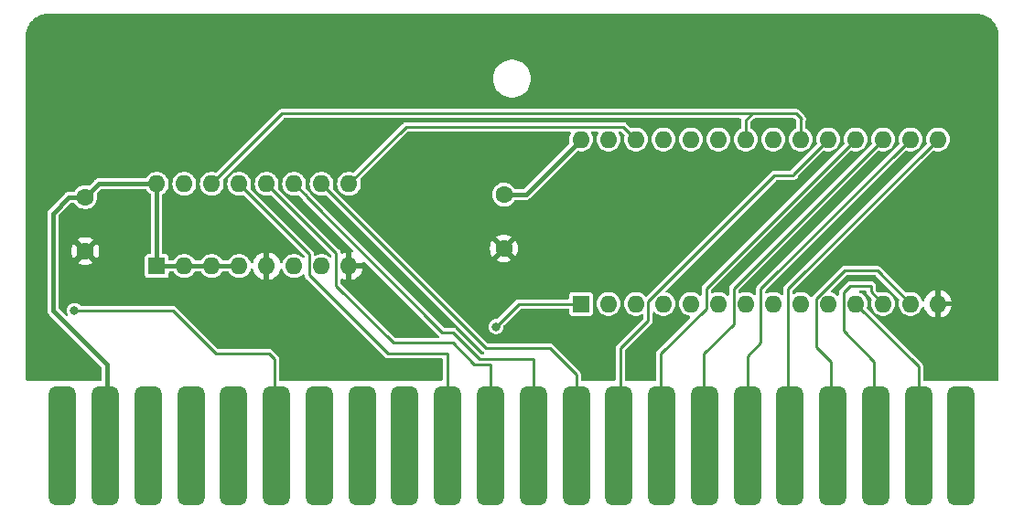
<source format=gtl>
%TF.GenerationSoftware,KiCad,Pcbnew,7.0.5-0*%
%TF.CreationDate,2023-05-29T19:57:57-04:00*%
%TF.ProjectId,vic20-ram-expander,76696332-302d-4726-916d-2d657870616e,rev?*%
%TF.SameCoordinates,Original*%
%TF.FileFunction,Copper,L1,Top*%
%TF.FilePolarity,Positive*%
%FSLAX46Y46*%
G04 Gerber Fmt 4.6, Leading zero omitted, Abs format (unit mm)*
G04 Created by KiCad (PCBNEW 7.0.5-0) date 2023-05-29 19:57:57*
%MOMM*%
%LPD*%
G01*
G04 APERTURE LIST*
G04 Aperture macros list*
%AMRoundRect*
0 Rectangle with rounded corners*
0 $1 Rounding radius*
0 $2 $3 $4 $5 $6 $7 $8 $9 X,Y pos of 4 corners*
0 Add a 4 corners polygon primitive as box body*
4,1,4,$2,$3,$4,$5,$6,$7,$8,$9,$2,$3,0*
0 Add four circle primitives for the rounded corners*
1,1,$1+$1,$2,$3*
1,1,$1+$1,$4,$5*
1,1,$1+$1,$6,$7*
1,1,$1+$1,$8,$9*
0 Add four rect primitives between the rounded corners*
20,1,$1+$1,$2,$3,$4,$5,0*
20,1,$1+$1,$4,$5,$6,$7,0*
20,1,$1+$1,$6,$7,$8,$9,0*
20,1,$1+$1,$8,$9,$2,$3,0*%
G04 Aperture macros list end*
%TA.AperFunction,ComponentPad*%
%ADD10R,1.600000X1.600000*%
%TD*%
%TA.AperFunction,ComponentPad*%
%ADD11O,1.600000X1.600000*%
%TD*%
%TA.AperFunction,ComponentPad*%
%ADD12C,1.600000*%
%TD*%
%TA.AperFunction,ConnectorPad*%
%ADD13RoundRect,0.625000X-0.625000X-4.875000X0.625000X-4.875000X0.625000X4.875000X-0.625000X4.875000X0*%
%TD*%
%TA.AperFunction,ViaPad*%
%ADD14C,0.800000*%
%TD*%
%TA.AperFunction,Conductor*%
%ADD15C,0.250000*%
%TD*%
%TA.AperFunction,Conductor*%
%ADD16C,0.400000*%
%TD*%
G04 APERTURE END LIST*
D10*
%TO.P,U2,1,A14*%
%TO.N,Net-(U2-A14)*%
X161380000Y-111875000D03*
D11*
%TO.P,U2,2,A12*%
%TO.N,/A8*%
X163920000Y-111875000D03*
%TO.P,U2,3,A7*%
%TO.N,/A7*%
X166460000Y-111875000D03*
%TO.P,U2,4,A6*%
%TO.N,/A6*%
X169000000Y-111875000D03*
%TO.P,U2,5,A5*%
%TO.N,/A5*%
X171540000Y-111875000D03*
%TO.P,U2,6,A4*%
%TO.N,/A4*%
X174080000Y-111875000D03*
%TO.P,U2,7,A3*%
%TO.N,/A3*%
X176620000Y-111875000D03*
%TO.P,U2,8,A2*%
%TO.N,/A2*%
X179160000Y-111875000D03*
%TO.P,U2,9,A1*%
%TO.N,/A1*%
X181700000Y-111875000D03*
%TO.P,U2,10,A0*%
%TO.N,/A0*%
X184240000Y-111875000D03*
%TO.P,U2,11,Q0*%
%TO.N,/D0*%
X186780000Y-111875000D03*
%TO.P,U2,12,Q1*%
%TO.N,/D1*%
X189320000Y-111875000D03*
%TO.P,U2,13,Q2*%
%TO.N,/D2*%
X191860000Y-111875000D03*
%TO.P,U2,14,GND*%
%TO.N,GND*%
X194400000Y-111875000D03*
%TO.P,U2,15,Q3*%
%TO.N,/D3*%
X194400000Y-96635000D03*
%TO.P,U2,16,Q4*%
%TO.N,/D4*%
X191860000Y-96635000D03*
%TO.P,U2,17,Q5*%
%TO.N,/D5*%
X189320000Y-96635000D03*
%TO.P,U2,18,Q6*%
%TO.N,/D6*%
X186780000Y-96635000D03*
%TO.P,U2,19,Q7*%
%TO.N,/D7*%
X184240000Y-96635000D03*
%TO.P,U2,20,~{CS}*%
%TO.N,Net-(U2-~{CS})*%
X181700000Y-96635000D03*
%TO.P,U2,21,A10*%
%TO.N,/A9*%
X179160000Y-96635000D03*
%TO.P,U2,22,~{OE}*%
%TO.N,Net-(U2-~{CS})*%
X176620000Y-96635000D03*
%TO.P,U2,23,A11*%
%TO.N,/A10*%
X174080000Y-96635000D03*
%TO.P,U2,24,A9*%
%TO.N,/A11*%
X171540000Y-96635000D03*
%TO.P,U2,25,A8*%
%TO.N,/A12*%
X169000000Y-96635000D03*
%TO.P,U2,26,A13*%
%TO.N,Net-(U2-A13)*%
X166460000Y-96635000D03*
%TO.P,U2,27,~{WE}*%
%TO.N,R{slash}W*%
X163920000Y-96635000D03*
%TO.P,U2,28,VCC*%
%TO.N,+5V*%
X161380000Y-96635000D03*
%TD*%
D12*
%TO.P,C1,1*%
%TO.N,+5V*%
X154250000Y-101750000D03*
%TO.P,C1,2*%
%TO.N,GND*%
X154250000Y-106750000D03*
%TD*%
%TO.P,C2,1*%
%TO.N,+5V*%
X115500000Y-102000000D03*
%TO.P,C2,2*%
%TO.N,GND*%
X115500000Y-107000000D03*
%TD*%
D10*
%TO.P,U3,1,I4*%
%TO.N,+5V*%
X122125000Y-108370000D03*
D11*
%TO.P,U3,2,I5*%
X124665000Y-108370000D03*
%TO.P,U3,3,I6*%
X127205000Y-108370000D03*
%TO.P,U3,4,I7*%
X129745000Y-108370000D03*
%TO.P,U3,5,EI*%
%TO.N,GND*%
X132285000Y-108370000D03*
%TO.P,U3,6,S2*%
%TO.N,unconnected-(U3-S2-Pad6)*%
X134825000Y-108370000D03*
%TO.P,U3,7,S1*%
%TO.N,Net-(U2-A14)*%
X137365000Y-108370000D03*
%TO.P,U3,8,GND*%
%TO.N,GND*%
X139905000Y-108370000D03*
%TO.P,U3,9,S0*%
%TO.N,Net-(U2-A13)*%
X139905000Y-100750000D03*
%TO.P,U3,10,IO*%
%TO.N,Net-(U1-{slash}BLK_1)*%
X137365000Y-100750000D03*
%TO.P,U3,11,I1*%
%TO.N,Net-(U1-{slash}BLK_2)*%
X134825000Y-100750000D03*
%TO.P,U3,12,I2*%
%TO.N,Net-(U1-{slash}BLK_3)*%
X132285000Y-100750000D03*
%TO.P,U3,13,I3*%
%TO.N,Net-(U1-{slash}BLK_5)*%
X129745000Y-100750000D03*
%TO.P,U3,14,GS*%
%TO.N,Net-(U2-~{CS})*%
X127205000Y-100750000D03*
%TO.P,U3,15,EO*%
%TO.N,unconnected-(U3-EO-Pad15)*%
X124665000Y-100750000D03*
%TO.P,U3,16,VCC*%
%TO.N,+5V*%
X122125000Y-100750000D03*
%TD*%
D13*
%TO.P,U1,1,GND*%
%TO.N,unconnected-(U1-GND-Pad1)*%
X196560000Y-125000000D03*
%TO.P,U1,2,D0*%
%TO.N,/D0*%
X192600000Y-125000000D03*
%TO.P,U1,3,D1*%
%TO.N,/D1*%
X188640000Y-125000000D03*
%TO.P,U1,4,D2*%
%TO.N,/D2*%
X184680000Y-125000000D03*
%TO.P,U1,5,D3*%
%TO.N,/D3*%
X180720000Y-125000000D03*
%TO.P,U1,6,D4*%
%TO.N,/D4*%
X176760000Y-125000000D03*
%TO.P,U1,7,D5*%
%TO.N,/D5*%
X172800000Y-125000000D03*
%TO.P,U1,8,D6*%
%TO.N,/D6*%
X168840000Y-125000000D03*
%TO.P,U1,9,D7*%
%TO.N,/D7*%
X164880000Y-125000000D03*
%TO.P,U1,10,/BLK_1*%
%TO.N,Net-(U1-{slash}BLK_1)*%
X160920000Y-125000000D03*
%TO.P,U1,11,/BLK_2*%
%TO.N,Net-(U1-{slash}BLK_2)*%
X156960000Y-125000000D03*
%TO.P,U1,12,/BLK_3*%
%TO.N,Net-(U1-{slash}BLK_3)*%
X153000000Y-125000000D03*
%TO.P,U1,13,/BLK_5*%
%TO.N,Net-(U1-{slash}BLK_5)*%
X149040000Y-125000000D03*
%TO.P,U1,14,/RAM_1*%
%TO.N,unconnected-(U1-{slash}RAM_1-Pad14)*%
X145080000Y-125000000D03*
%TO.P,U1,15,/RAM_2*%
%TO.N,unconnected-(U1-{slash}RAM_2-Pad15)*%
X141120000Y-125000000D03*
%TO.P,U1,16,/RAM_3*%
%TO.N,unconnected-(U1-{slash}RAM_3-Pad16)*%
X137160000Y-125000000D03*
%TO.P,U1,17,/V_R/W*%
%TO.N,R{slash}W*%
X133200000Y-125000000D03*
%TO.P,U1,18,/C_R/W*%
%TO.N,unconnected-(U1-{slash}C_R{slash}W-Pad18)*%
X129240000Y-125000000D03*
%TO.P,U1,19,/IRQ*%
%TO.N,unconnected-(U1-{slash}IRQ-Pad19)*%
X125280000Y-125000000D03*
%TO.P,U1,20,NC*%
%TO.N,unconnected-(U1-NC-Pad20)*%
X121320000Y-125000000D03*
%TO.P,U1,21,+5V*%
%TO.N,+5V*%
X117360000Y-125000000D03*
%TO.P,U1,22,GND*%
%TO.N,unconnected-(U1-GND-Pad22)*%
X113400000Y-125000000D03*
%TD*%
D14*
%TO.N,Net-(U2-A14)*%
X153500000Y-114000000D03*
%TO.N,R{slash}W*%
X114500000Y-112500000D03*
%TD*%
D15*
%TO.N,Net-(U2-~{CS})*%
X127205000Y-100750000D02*
X133705000Y-94250000D01*
X133705000Y-94250000D02*
X177250000Y-94250000D01*
%TO.N,Net-(U2-A14)*%
X153500000Y-114000000D02*
X155625000Y-111875000D01*
X155625000Y-111875000D02*
X161380000Y-111875000D01*
%TO.N,/D0*%
X186780000Y-111875000D02*
X192600000Y-117695000D01*
X192600000Y-117695000D02*
X192600000Y-125000000D01*
%TO.N,/D1*%
X188500000Y-117250000D02*
X188500000Y-124860000D01*
X188500000Y-124860000D02*
X188640000Y-125000000D01*
X186305000Y-110195000D02*
X185655000Y-110845000D01*
X188195000Y-110195000D02*
X186305000Y-110195000D01*
X188195000Y-110750000D02*
X188195000Y-110195000D01*
X189320000Y-111875000D02*
X188195000Y-110750000D01*
X185655000Y-114405000D02*
X188500000Y-117250000D01*
X185655000Y-110845000D02*
X185655000Y-114405000D01*
%TO.N,/D2*%
X183115000Y-115865000D02*
X184500000Y-117250000D01*
X185724009Y-108800000D02*
X183115000Y-111409009D01*
X183115000Y-111409009D02*
X183115000Y-115865000D01*
X184500000Y-117250000D02*
X184500000Y-124820000D01*
X188785000Y-108800000D02*
X185724009Y-108800000D01*
X184500000Y-124820000D02*
X184680000Y-125000000D01*
X191860000Y-111875000D02*
X188785000Y-108800000D01*
%TO.N,/D3*%
X194400000Y-96635000D02*
X180535000Y-110500000D01*
X180500000Y-110500000D02*
X180500000Y-124780000D01*
X180500000Y-124780000D02*
X180720000Y-125000000D01*
X180535000Y-110500000D02*
X180500000Y-110500000D01*
%TO.N,/D4*%
X191860000Y-96635000D02*
X178000000Y-110495000D01*
X178000000Y-110495000D02*
X178000000Y-115500000D01*
X176750000Y-124990000D02*
X176760000Y-125000000D01*
X178000000Y-115500000D02*
X176750000Y-116750000D01*
X176750000Y-116750000D02*
X176750000Y-124990000D01*
%TO.N,/D5*%
X172750000Y-124950000D02*
X172800000Y-125000000D01*
X172750000Y-116500000D02*
X172750000Y-124950000D01*
X175495000Y-110460000D02*
X175495000Y-113755000D01*
X189320000Y-96635000D02*
X175495000Y-110460000D01*
X175495000Y-113755000D02*
X172750000Y-116500000D01*
%TO.N,/D6*%
X172955000Y-110460000D02*
X172955000Y-112295000D01*
X168750000Y-124910000D02*
X168840000Y-125000000D01*
X168750000Y-116500000D02*
X168750000Y-124910000D01*
X186780000Y-96635000D02*
X172955000Y-110460000D01*
X172955000Y-112295000D02*
X168750000Y-116500000D01*
%TO.N,/D7*%
X165000000Y-116000000D02*
X165000000Y-124880000D01*
X165000000Y-124880000D02*
X164880000Y-125000000D01*
X179250000Y-100000000D02*
X167585000Y-111665000D01*
X181000000Y-100000000D02*
X179250000Y-100000000D01*
X181000000Y-99875000D02*
X181000000Y-100000000D01*
X184240000Y-96635000D02*
X181000000Y-99875000D01*
X167585000Y-111665000D02*
X167585000Y-113415000D01*
X167585000Y-113415000D02*
X165000000Y-116000000D01*
%TO.N,Net-(U2-~{CS})*%
X181250000Y-94250000D02*
X181750000Y-94750000D01*
X181750000Y-94750000D02*
X181700000Y-94800000D01*
X176620000Y-94880000D02*
X177250000Y-94250000D01*
X177250000Y-94250000D02*
X181250000Y-94250000D01*
X176620000Y-96635000D02*
X176620000Y-94880000D01*
X181700000Y-94800000D02*
X181700000Y-96635000D01*
%TO.N,Net-(U2-A13)*%
X145195000Y-95460000D02*
X165285000Y-95460000D01*
X139905000Y-100750000D02*
X145195000Y-95460000D01*
X165285000Y-95460000D02*
X166460000Y-96635000D01*
%TO.N,R{slash}W*%
X133000000Y-117000000D02*
X133000000Y-124800000D01*
X114500000Y-112500000D02*
X123583503Y-112500000D01*
X127583503Y-116500000D02*
X132500000Y-116500000D01*
X123583503Y-112500000D02*
X127583503Y-116500000D01*
X133000000Y-124800000D02*
X133200000Y-125000000D01*
X132500000Y-116500000D02*
X133000000Y-117000000D01*
D16*
%TO.N,+5V*%
X127205000Y-108370000D02*
X129745000Y-108370000D01*
X156265000Y-101750000D02*
X161380000Y-96635000D01*
X116750000Y-100750000D02*
X122125000Y-100750000D01*
X112500000Y-103500000D02*
X112500000Y-112500000D01*
X117500000Y-117500000D02*
X117500000Y-124860000D01*
X112500000Y-112500000D02*
X117500000Y-117500000D01*
X122125000Y-100750000D02*
X122125000Y-108370000D01*
X124665000Y-108370000D02*
X127205000Y-108370000D01*
X154250000Y-101750000D02*
X156265000Y-101750000D01*
X117500000Y-124860000D02*
X117360000Y-125000000D01*
X122125000Y-108370000D02*
X124665000Y-108370000D01*
X115500000Y-102000000D02*
X114000000Y-102000000D01*
X115500000Y-102000000D02*
X116750000Y-100750000D01*
X114000000Y-102000000D02*
X112500000Y-103500000D01*
D15*
%TO.N,Net-(U1-{slash}BLK_5)*%
X129745000Y-100750000D02*
X136240000Y-107245000D01*
X136240000Y-107245000D02*
X136240000Y-109240000D01*
X149000000Y-124960000D02*
X149040000Y-125000000D01*
X143500000Y-116500000D02*
X149000000Y-116500000D01*
X149000000Y-116500000D02*
X149000000Y-124960000D01*
X136240000Y-109240000D02*
X143500000Y-116500000D01*
%TO.N,Net-(U1-{slash}BLK_3)*%
X138730000Y-110230000D02*
X144000000Y-115500000D01*
X149500000Y-115500000D02*
X151500000Y-117500000D01*
X138730000Y-107195000D02*
X138730000Y-110230000D01*
X144000000Y-115500000D02*
X149500000Y-115500000D01*
X132285000Y-100750000D02*
X138730000Y-107195000D01*
X151500000Y-117500000D02*
X153000000Y-117500000D01*
X153000000Y-117500000D02*
X153000000Y-125000000D01*
%TO.N,Net-(U1-{slash}BLK_2)*%
X152000000Y-117000000D02*
X157000000Y-117000000D01*
X135950000Y-101950000D02*
X148500000Y-114500000D01*
X149500000Y-114500000D02*
X152000000Y-117000000D01*
X157000000Y-117000000D02*
X157000000Y-124960000D01*
X135950000Y-101875000D02*
X135950000Y-101950000D01*
X134825000Y-100750000D02*
X135950000Y-101875000D01*
X148500000Y-114500000D02*
X149500000Y-114500000D01*
X157000000Y-124960000D02*
X156960000Y-125000000D01*
%TO.N,Net-(U1-{slash}BLK_1)*%
X158500000Y-116000000D02*
X160920000Y-118420000D01*
X152615000Y-116000000D02*
X158500000Y-116000000D01*
X160920000Y-118420000D02*
X160920000Y-125000000D01*
X137365000Y-100750000D02*
X152615000Y-116000000D01*
%TD*%
%TA.AperFunction,Conductor*%
%TO.N,GND*%
G36*
X198002019Y-85000633D02*
G01*
X198040149Y-85003131D01*
X198083793Y-85005992D01*
X198265459Y-85018985D01*
X198273102Y-85020015D01*
X198389451Y-85043158D01*
X198533666Y-85074531D01*
X198540383Y-85076395D01*
X198658618Y-85116531D01*
X198660224Y-85117103D01*
X198791740Y-85166156D01*
X198797483Y-85168635D01*
X198911830Y-85225024D01*
X198914042Y-85226173D01*
X199034913Y-85292173D01*
X199039641Y-85295037D01*
X199146649Y-85366537D01*
X199149358Y-85368454D01*
X199258652Y-85450271D01*
X199262345Y-85453265D01*
X199359502Y-85538469D01*
X199362448Y-85541228D01*
X199458769Y-85637549D01*
X199461526Y-85640492D01*
X199546729Y-85737648D01*
X199549732Y-85741353D01*
X199601564Y-85810592D01*
X199631543Y-85850639D01*
X199633461Y-85853349D01*
X199704961Y-85960357D01*
X199707828Y-85965091D01*
X199773802Y-86085912D01*
X199774992Y-86088204D01*
X199831356Y-86202499D01*
X199833842Y-86208258D01*
X199882878Y-86339727D01*
X199883497Y-86341465D01*
X199923597Y-86459596D01*
X199925472Y-86466352D01*
X199956848Y-86610590D01*
X199979980Y-86726880D01*
X199981015Y-86734560D01*
X199994021Y-86916413D01*
X199999367Y-86997966D01*
X199999500Y-87002023D01*
X199999500Y-118876000D01*
X199979815Y-118943039D01*
X199927011Y-118988794D01*
X199875500Y-119000000D01*
X193149500Y-119000000D01*
X193082461Y-118980315D01*
X193036706Y-118927511D01*
X193025500Y-118876000D01*
X193025500Y-117627608D01*
X193025499Y-117627604D01*
X193018039Y-117604645D01*
X193013495Y-117585721D01*
X193010553Y-117567143D01*
X193009719Y-117561874D01*
X192998753Y-117540354D01*
X192991308Y-117522378D01*
X192984037Y-117500000D01*
X192983849Y-117499419D01*
X192969651Y-117479878D01*
X192959492Y-117463299D01*
X192948528Y-117441780D01*
X192853220Y-117346472D01*
X187855555Y-112348807D01*
X187822071Y-112287485D01*
X187823971Y-112227192D01*
X187827057Y-112216348D01*
X187866397Y-112078083D01*
X187885215Y-111875000D01*
X187866397Y-111671917D01*
X187810582Y-111475750D01*
X187805369Y-111465281D01*
X187760674Y-111375521D01*
X187719673Y-111293179D01*
X187615920Y-111155788D01*
X187596762Y-111130418D01*
X187446041Y-110993019D01*
X187446039Y-110993017D01*
X187272642Y-110885655D01*
X187272635Y-110885651D01*
X187246024Y-110875342D01*
X187206747Y-110860126D01*
X187151347Y-110817554D01*
X187127756Y-110751787D01*
X187143467Y-110683707D01*
X187193491Y-110634928D01*
X187251542Y-110620500D01*
X187645500Y-110620500D01*
X187712539Y-110640185D01*
X187758294Y-110692989D01*
X187769500Y-110744500D01*
X187769500Y-110817394D01*
X187776962Y-110840358D01*
X187781503Y-110859273D01*
X187784048Y-110875342D01*
X187785281Y-110883127D01*
X187796243Y-110904641D01*
X187803688Y-110922615D01*
X187811150Y-110945580D01*
X187825340Y-110965110D01*
X187835508Y-110981703D01*
X187846470Y-111003218D01*
X188244443Y-111401191D01*
X188277928Y-111462514D01*
X188276029Y-111522806D01*
X188233602Y-111671921D01*
X188214785Y-111874999D01*
X188214785Y-111875000D01*
X188233602Y-112078082D01*
X188289417Y-112274247D01*
X188289422Y-112274260D01*
X188380327Y-112456821D01*
X188503237Y-112619581D01*
X188653958Y-112756980D01*
X188653960Y-112756982D01*
X188736661Y-112808188D01*
X188827363Y-112864348D01*
X189017544Y-112938024D01*
X189218024Y-112975500D01*
X189218026Y-112975500D01*
X189421974Y-112975500D01*
X189421976Y-112975500D01*
X189622456Y-112938024D01*
X189812637Y-112864348D01*
X189986041Y-112756981D01*
X190131379Y-112624488D01*
X190136762Y-112619581D01*
X190142487Y-112612000D01*
X190259673Y-112456821D01*
X190350582Y-112274250D01*
X190406397Y-112078083D01*
X190425215Y-111875000D01*
X190406397Y-111671917D01*
X190350582Y-111475750D01*
X190345369Y-111465281D01*
X190300674Y-111375521D01*
X190259673Y-111293179D01*
X190155920Y-111155788D01*
X190136762Y-111130418D01*
X189986041Y-110993019D01*
X189986039Y-110993017D01*
X189812642Y-110885655D01*
X189812635Y-110885651D01*
X189676715Y-110832996D01*
X189622456Y-110811976D01*
X189421976Y-110774500D01*
X189218024Y-110774500D01*
X189129152Y-110791113D01*
X189017542Y-110811976D01*
X189017540Y-110811977D01*
X188978409Y-110827136D01*
X188908786Y-110832996D01*
X188847046Y-110800285D01*
X188845937Y-110799189D01*
X188656819Y-110610071D01*
X188623334Y-110548748D01*
X188620500Y-110522390D01*
X188620500Y-110238245D01*
X188622027Y-110218846D01*
X188623939Y-110206778D01*
X188625804Y-110195000D01*
X188620673Y-110162607D01*
X188604720Y-110061878D01*
X188604719Y-110061876D01*
X188604719Y-110061874D01*
X188543528Y-109941780D01*
X188543526Y-109941778D01*
X188543523Y-109941774D01*
X188448225Y-109846476D01*
X188448221Y-109846473D01*
X188448220Y-109846472D01*
X188328126Y-109785281D01*
X188328124Y-109785280D01*
X188328121Y-109785279D01*
X188228488Y-109769500D01*
X188195001Y-109764196D01*
X188195000Y-109764196D01*
X188171152Y-109767973D01*
X188151755Y-109769500D01*
X186372393Y-109769500D01*
X186237607Y-109769500D01*
X186237603Y-109769501D01*
X186237604Y-109769501D01*
X186214635Y-109776963D01*
X186195722Y-109781503D01*
X186171874Y-109785280D01*
X186150359Y-109796242D01*
X186132389Y-109803685D01*
X186109421Y-109811148D01*
X186109417Y-109811149D01*
X186089880Y-109825344D01*
X186073299Y-109835506D01*
X186051780Y-109846471D01*
X186051778Y-109846473D01*
X185969245Y-109929002D01*
X185969219Y-109929032D01*
X185365468Y-110532780D01*
X185365460Y-110532791D01*
X185306472Y-110591778D01*
X185295510Y-110613293D01*
X185285346Y-110629878D01*
X185271152Y-110649414D01*
X185271151Y-110649417D01*
X185263688Y-110672385D01*
X185256243Y-110690358D01*
X185245280Y-110711873D01*
X185241503Y-110735722D01*
X185236962Y-110754639D01*
X185229500Y-110777604D01*
X185229500Y-111007057D01*
X185209815Y-111074096D01*
X185157011Y-111119851D01*
X185087853Y-111129795D01*
X185024297Y-111100770D01*
X185021962Y-111098694D01*
X184906041Y-110993019D01*
X184906039Y-110993017D01*
X184732642Y-110885655D01*
X184732641Y-110885654D01*
X184732637Y-110885652D01*
X184732632Y-110885650D01*
X184732626Y-110885647D01*
X184555083Y-110816866D01*
X184499681Y-110774294D01*
X184476091Y-110708527D01*
X184491802Y-110640446D01*
X184512192Y-110613563D01*
X185863937Y-109261819D01*
X185925261Y-109228334D01*
X185951619Y-109225500D01*
X188557390Y-109225500D01*
X188624429Y-109245185D01*
X188645071Y-109261819D01*
X190784443Y-111401191D01*
X190817928Y-111462514D01*
X190816029Y-111522806D01*
X190773602Y-111671921D01*
X190754785Y-111874999D01*
X190754785Y-111875000D01*
X190773602Y-112078082D01*
X190829417Y-112274247D01*
X190829422Y-112274260D01*
X190920327Y-112456821D01*
X191043237Y-112619581D01*
X191193958Y-112756980D01*
X191193960Y-112756982D01*
X191276661Y-112808188D01*
X191367363Y-112864348D01*
X191557544Y-112938024D01*
X191758024Y-112975500D01*
X191758026Y-112975500D01*
X191961974Y-112975500D01*
X191961976Y-112975500D01*
X192162456Y-112938024D01*
X192352637Y-112864348D01*
X192526041Y-112756981D01*
X192671379Y-112624488D01*
X192676762Y-112619581D01*
X192682487Y-112612000D01*
X192799673Y-112456821D01*
X192890582Y-112274250D01*
X192907058Y-112216342D01*
X192944334Y-112157255D01*
X193007644Y-112127697D01*
X193076884Y-112137059D01*
X193130070Y-112182368D01*
X193146097Y-112218188D01*
X193173731Y-112321319D01*
X193173734Y-112321326D01*
X193269865Y-112527482D01*
X193400342Y-112713820D01*
X193561179Y-112874657D01*
X193747517Y-113005134D01*
X193953673Y-113101265D01*
X193953682Y-113101269D01*
X194149999Y-113153872D01*
X194150000Y-113153871D01*
X194150000Y-112190685D01*
X194161955Y-112202641D01*
X194274852Y-112260165D01*
X194368519Y-112275000D01*
X194431481Y-112275000D01*
X194525148Y-112260165D01*
X194638045Y-112202641D01*
X194650000Y-112190686D01*
X194650000Y-113153872D01*
X194846317Y-113101269D01*
X194846326Y-113101265D01*
X195052482Y-113005134D01*
X195238820Y-112874657D01*
X195399657Y-112713820D01*
X195530134Y-112527482D01*
X195626265Y-112321326D01*
X195626269Y-112321317D01*
X195678872Y-112125000D01*
X194715686Y-112125000D01*
X194727641Y-112113045D01*
X194785165Y-112000148D01*
X194804986Y-111875000D01*
X194785165Y-111749852D01*
X194727641Y-111636955D01*
X194715686Y-111625000D01*
X195678872Y-111625000D01*
X195678872Y-111624999D01*
X195626269Y-111428682D01*
X195626265Y-111428673D01*
X195530134Y-111222517D01*
X195399657Y-111036179D01*
X195238820Y-110875342D01*
X195052482Y-110744865D01*
X194846328Y-110648734D01*
X194650000Y-110596127D01*
X194650000Y-111559314D01*
X194638045Y-111547359D01*
X194525148Y-111489835D01*
X194431481Y-111475000D01*
X194368519Y-111475000D01*
X194274852Y-111489835D01*
X194161955Y-111547359D01*
X194150000Y-111559314D01*
X194150000Y-110596127D01*
X193953671Y-110648734D01*
X193747517Y-110744865D01*
X193561179Y-110875342D01*
X193400342Y-111036179D01*
X193269865Y-111222517D01*
X193173734Y-111428673D01*
X193173731Y-111428680D01*
X193146097Y-111531811D01*
X193109731Y-111591471D01*
X193046884Y-111622000D01*
X192977509Y-111613705D01*
X192923631Y-111569219D01*
X192907056Y-111533651D01*
X192906532Y-111531811D01*
X192890582Y-111475750D01*
X192885369Y-111465281D01*
X192840674Y-111375521D01*
X192799673Y-111293179D01*
X192695920Y-111155788D01*
X192676762Y-111130418D01*
X192526041Y-110993019D01*
X192526039Y-110993017D01*
X192352642Y-110885655D01*
X192352635Y-110885651D01*
X192216715Y-110832996D01*
X192162456Y-110811976D01*
X191961976Y-110774500D01*
X191758024Y-110774500D01*
X191669152Y-110791113D01*
X191557542Y-110811976D01*
X191557540Y-110811977D01*
X191518409Y-110827136D01*
X191448786Y-110832996D01*
X191387046Y-110800285D01*
X191385937Y-110799189D01*
X189038218Y-108451470D01*
X189016703Y-108440508D01*
X189000110Y-108430340D01*
X188980580Y-108416150D01*
X188957615Y-108408688D01*
X188939641Y-108401243D01*
X188918127Y-108390281D01*
X188913010Y-108389470D01*
X188894273Y-108386503D01*
X188875358Y-108381962D01*
X188852394Y-108374500D01*
X188852393Y-108374500D01*
X188818488Y-108374500D01*
X185791402Y-108374500D01*
X185656616Y-108374500D01*
X185656613Y-108374500D01*
X185633648Y-108381962D01*
X185614731Y-108386503D01*
X185590882Y-108390280D01*
X185569367Y-108401243D01*
X185551394Y-108408688D01*
X185528427Y-108416150D01*
X185508885Y-108430348D01*
X185492304Y-108440508D01*
X185470790Y-108451470D01*
X185470787Y-108451473D01*
X185388254Y-108534002D01*
X185388228Y-108534032D01*
X182803196Y-111119062D01*
X182803192Y-111119068D01*
X182766472Y-111155787D01*
X182766471Y-111155788D01*
X182763572Y-111161479D01*
X182715597Y-111212274D01*
X182647775Y-111229067D01*
X182581641Y-111206528D01*
X182554135Y-111179908D01*
X182516762Y-111130419D01*
X182366041Y-110993019D01*
X182366039Y-110993017D01*
X182192642Y-110885655D01*
X182192635Y-110885651D01*
X182056715Y-110832996D01*
X182002456Y-110811976D01*
X181801976Y-110774500D01*
X181598024Y-110774500D01*
X181397544Y-110811976D01*
X181397541Y-110811976D01*
X181397541Y-110811977D01*
X181207364Y-110885651D01*
X181207357Y-110885655D01*
X181114777Y-110942978D01*
X181047416Y-110961533D01*
X180980717Y-110940725D01*
X180935856Y-110887160D01*
X180925500Y-110837551D01*
X180925500Y-110762608D01*
X180945185Y-110695569D01*
X180961814Y-110674932D01*
X193925938Y-97710807D01*
X193987259Y-97677324D01*
X194056951Y-97682308D01*
X194058411Y-97682864D01*
X194092078Y-97695906D01*
X194097544Y-97698024D01*
X194298024Y-97735500D01*
X194298026Y-97735500D01*
X194501974Y-97735500D01*
X194501976Y-97735500D01*
X194702456Y-97698024D01*
X194892637Y-97624348D01*
X195066041Y-97516981D01*
X195216764Y-97379579D01*
X195339673Y-97216821D01*
X195430582Y-97034250D01*
X195486397Y-96838083D01*
X195505215Y-96635000D01*
X195486397Y-96431917D01*
X195430582Y-96235750D01*
X195430574Y-96235734D01*
X195345445Y-96064771D01*
X195339673Y-96053179D01*
X195216764Y-95890421D01*
X195216762Y-95890418D01*
X195066041Y-95753019D01*
X195066039Y-95753017D01*
X194892642Y-95645655D01*
X194892635Y-95645651D01*
X194756715Y-95592996D01*
X194702456Y-95571976D01*
X194501976Y-95534500D01*
X194298024Y-95534500D01*
X194097544Y-95571976D01*
X194097541Y-95571976D01*
X194097541Y-95571977D01*
X193907364Y-95645651D01*
X193907357Y-95645655D01*
X193733960Y-95753017D01*
X193733958Y-95753019D01*
X193583237Y-95890418D01*
X193460327Y-96053178D01*
X193369422Y-96235739D01*
X193369417Y-96235752D01*
X193313602Y-96431917D01*
X193294785Y-96634999D01*
X193294785Y-96635000D01*
X193313602Y-96838082D01*
X193313603Y-96838085D01*
X193356028Y-96987193D01*
X193355441Y-97057060D01*
X193324443Y-97108808D01*
X180332026Y-110101224D01*
X180300641Y-110124027D01*
X180246778Y-110151472D01*
X180151476Y-110246774D01*
X180151473Y-110246778D01*
X180090279Y-110366878D01*
X180069196Y-110499997D01*
X180069196Y-110500000D01*
X180071057Y-110511750D01*
X180072973Y-110523849D01*
X180074499Y-110543245D01*
X180074499Y-110938685D01*
X180054814Y-111005724D01*
X180002010Y-111051479D01*
X179932852Y-111061423D01*
X179869296Y-111032398D01*
X179866961Y-111030322D01*
X179826041Y-110993019D01*
X179826039Y-110993017D01*
X179652642Y-110885655D01*
X179652635Y-110885651D01*
X179516715Y-110832996D01*
X179462456Y-110811976D01*
X179261976Y-110774500D01*
X179058024Y-110774500D01*
X178857544Y-110811976D01*
X178857541Y-110811976D01*
X178857541Y-110811977D01*
X178667364Y-110885651D01*
X178614777Y-110918212D01*
X178547416Y-110936766D01*
X178480717Y-110915958D01*
X178435856Y-110862392D01*
X178425500Y-110812784D01*
X178425500Y-110722609D01*
X178445185Y-110655570D01*
X178461814Y-110634933D01*
X191385938Y-97710808D01*
X191447259Y-97677325D01*
X191516951Y-97682309D01*
X191518410Y-97682864D01*
X191552576Y-97696099D01*
X191557544Y-97698024D01*
X191758024Y-97735500D01*
X191758026Y-97735500D01*
X191961974Y-97735500D01*
X191961976Y-97735500D01*
X192162456Y-97698024D01*
X192352637Y-97624348D01*
X192526041Y-97516981D01*
X192676764Y-97379579D01*
X192799673Y-97216821D01*
X192890582Y-97034250D01*
X192946397Y-96838083D01*
X192965215Y-96635000D01*
X192946397Y-96431917D01*
X192890582Y-96235750D01*
X192890574Y-96235734D01*
X192805445Y-96064771D01*
X192799673Y-96053179D01*
X192676764Y-95890421D01*
X192676762Y-95890418D01*
X192526041Y-95753019D01*
X192526039Y-95753017D01*
X192352642Y-95645655D01*
X192352635Y-95645651D01*
X192216715Y-95592996D01*
X192162456Y-95571976D01*
X191961976Y-95534500D01*
X191758024Y-95534500D01*
X191557544Y-95571976D01*
X191557541Y-95571976D01*
X191557541Y-95571977D01*
X191367364Y-95645651D01*
X191367357Y-95645655D01*
X191193960Y-95753017D01*
X191193958Y-95753019D01*
X191043237Y-95890418D01*
X190920327Y-96053178D01*
X190829422Y-96235739D01*
X190829417Y-96235752D01*
X190773602Y-96431917D01*
X190754785Y-96634999D01*
X190754785Y-96635000D01*
X190773602Y-96838082D01*
X190773603Y-96838084D01*
X190816028Y-96987192D01*
X190815441Y-97057059D01*
X190784443Y-97108807D01*
X177688196Y-110205053D01*
X177688192Y-110205059D01*
X177651472Y-110241778D01*
X177640510Y-110263293D01*
X177630346Y-110279878D01*
X177616152Y-110299414D01*
X177616151Y-110299417D01*
X177608688Y-110322385D01*
X177601243Y-110340358D01*
X177590280Y-110361873D01*
X177586503Y-110385722D01*
X177581962Y-110404639D01*
X177574500Y-110427604D01*
X177574500Y-110975150D01*
X177554815Y-111042189D01*
X177502011Y-111087944D01*
X177432853Y-111097888D01*
X177369297Y-111068863D01*
X177366962Y-111066788D01*
X177326751Y-111030131D01*
X177286041Y-110993019D01*
X177286038Y-110993017D01*
X177286037Y-110993016D01*
X177112642Y-110885655D01*
X177112635Y-110885651D01*
X176976715Y-110832996D01*
X176922456Y-110811976D01*
X176721976Y-110774500D01*
X176518024Y-110774500D01*
X176317544Y-110811976D01*
X176317541Y-110811976D01*
X176317541Y-110811977D01*
X176127364Y-110885651D01*
X176127354Y-110885656D01*
X176109775Y-110896541D01*
X176042414Y-110915095D01*
X175975715Y-110894286D01*
X175930855Y-110840720D01*
X175920500Y-110791113D01*
X175920500Y-110687609D01*
X175940185Y-110620570D01*
X175956814Y-110599933D01*
X188845938Y-97710808D01*
X188907259Y-97677325D01*
X188976951Y-97682309D01*
X188978410Y-97682864D01*
X189012576Y-97696099D01*
X189017544Y-97698024D01*
X189218024Y-97735500D01*
X189218026Y-97735500D01*
X189421974Y-97735500D01*
X189421976Y-97735500D01*
X189622456Y-97698024D01*
X189812637Y-97624348D01*
X189986041Y-97516981D01*
X190136764Y-97379579D01*
X190259673Y-97216821D01*
X190350582Y-97034250D01*
X190406397Y-96838083D01*
X190425215Y-96635000D01*
X190406397Y-96431917D01*
X190350582Y-96235750D01*
X190350574Y-96235734D01*
X190265445Y-96064771D01*
X190259673Y-96053179D01*
X190136764Y-95890421D01*
X190136762Y-95890418D01*
X189986041Y-95753019D01*
X189986039Y-95753017D01*
X189812642Y-95645655D01*
X189812635Y-95645651D01*
X189676715Y-95592996D01*
X189622456Y-95571976D01*
X189421976Y-95534500D01*
X189218024Y-95534500D01*
X189017544Y-95571976D01*
X189017541Y-95571976D01*
X189017541Y-95571977D01*
X188827364Y-95645651D01*
X188827357Y-95645655D01*
X188653960Y-95753017D01*
X188653958Y-95753019D01*
X188503237Y-95890418D01*
X188380327Y-96053178D01*
X188289422Y-96235739D01*
X188289417Y-96235752D01*
X188233602Y-96431917D01*
X188214785Y-96634999D01*
X188214785Y-96635000D01*
X188233602Y-96838082D01*
X188233603Y-96838084D01*
X188276028Y-96987192D01*
X188275441Y-97057059D01*
X188244443Y-97108807D01*
X175183196Y-110170053D01*
X175183192Y-110170059D01*
X175146472Y-110206778D01*
X175135510Y-110228293D01*
X175125346Y-110244878D01*
X175111152Y-110264414D01*
X175111151Y-110264417D01*
X175103688Y-110287385D01*
X175096243Y-110305358D01*
X175085280Y-110326873D01*
X175081503Y-110350722D01*
X175076962Y-110369639D01*
X175069500Y-110392604D01*
X175069500Y-111007057D01*
X175049815Y-111074096D01*
X174997011Y-111119851D01*
X174927853Y-111129795D01*
X174864297Y-111100770D01*
X174861962Y-111098694D01*
X174746041Y-110993019D01*
X174746039Y-110993017D01*
X174572642Y-110885655D01*
X174572635Y-110885651D01*
X174436715Y-110832996D01*
X174382456Y-110811976D01*
X174181976Y-110774500D01*
X173978024Y-110774500D01*
X173777544Y-110811976D01*
X173777541Y-110811976D01*
X173777541Y-110811977D01*
X173587364Y-110885651D01*
X173587354Y-110885656D01*
X173569775Y-110896541D01*
X173502414Y-110915095D01*
X173435715Y-110894286D01*
X173390855Y-110840720D01*
X173380500Y-110791113D01*
X173380500Y-110687608D01*
X173400185Y-110620569D01*
X173416814Y-110599932D01*
X186305938Y-97710808D01*
X186367259Y-97677325D01*
X186436951Y-97682309D01*
X186438410Y-97682864D01*
X186472576Y-97696099D01*
X186477544Y-97698024D01*
X186678024Y-97735500D01*
X186678026Y-97735500D01*
X186881974Y-97735500D01*
X186881976Y-97735500D01*
X187082456Y-97698024D01*
X187272637Y-97624348D01*
X187446041Y-97516981D01*
X187596764Y-97379579D01*
X187719673Y-97216821D01*
X187810582Y-97034250D01*
X187866397Y-96838083D01*
X187885215Y-96635000D01*
X187866397Y-96431917D01*
X187810582Y-96235750D01*
X187810574Y-96235734D01*
X187725445Y-96064771D01*
X187719673Y-96053179D01*
X187596764Y-95890421D01*
X187596762Y-95890418D01*
X187446041Y-95753019D01*
X187446039Y-95753017D01*
X187272642Y-95645655D01*
X187272635Y-95645651D01*
X187136715Y-95592996D01*
X187082456Y-95571976D01*
X186881976Y-95534500D01*
X186678024Y-95534500D01*
X186477544Y-95571976D01*
X186477541Y-95571976D01*
X186477541Y-95571977D01*
X186287364Y-95645651D01*
X186287357Y-95645655D01*
X186113960Y-95753017D01*
X186113958Y-95753019D01*
X185963237Y-95890418D01*
X185840327Y-96053178D01*
X185749422Y-96235739D01*
X185749417Y-96235752D01*
X185693602Y-96431917D01*
X185674785Y-96634999D01*
X185674785Y-96635000D01*
X185693602Y-96838082D01*
X185693603Y-96838084D01*
X185736028Y-96987192D01*
X185735441Y-97057059D01*
X185704443Y-97108807D01*
X172643196Y-110170053D01*
X172643192Y-110170059D01*
X172606472Y-110206778D01*
X172595510Y-110228293D01*
X172585346Y-110244878D01*
X172571152Y-110264414D01*
X172571151Y-110264417D01*
X172563688Y-110287385D01*
X172556243Y-110305358D01*
X172545280Y-110326873D01*
X172541503Y-110350722D01*
X172536962Y-110369639D01*
X172529500Y-110392604D01*
X172529500Y-111007057D01*
X172509815Y-111074096D01*
X172457011Y-111119851D01*
X172387853Y-111129795D01*
X172324297Y-111100770D01*
X172321962Y-111098694D01*
X172206041Y-110993019D01*
X172206039Y-110993017D01*
X172032642Y-110885655D01*
X172032635Y-110885651D01*
X171896715Y-110832996D01*
X171842456Y-110811976D01*
X171641976Y-110774500D01*
X171438024Y-110774500D01*
X171237544Y-110811976D01*
X171237541Y-110811976D01*
X171237541Y-110811977D01*
X171047364Y-110885651D01*
X171047357Y-110885655D01*
X170873960Y-110993017D01*
X170873958Y-110993019D01*
X170723237Y-111130418D01*
X170600327Y-111293178D01*
X170509422Y-111475739D01*
X170509417Y-111475752D01*
X170453602Y-111671917D01*
X170434785Y-111874999D01*
X170434785Y-111875000D01*
X170453602Y-112078082D01*
X170509417Y-112274247D01*
X170509422Y-112274260D01*
X170600327Y-112456821D01*
X170723237Y-112619581D01*
X170873958Y-112756980D01*
X170873960Y-112756982D01*
X170956661Y-112808188D01*
X171047363Y-112864348D01*
X171237544Y-112938024D01*
X171404544Y-112969241D01*
X171466824Y-113000909D01*
X171502097Y-113061222D01*
X171499163Y-113131030D01*
X171469439Y-113178811D01*
X168496780Y-116151472D01*
X168401471Y-116246780D01*
X168390510Y-116268293D01*
X168380346Y-116284878D01*
X168366152Y-116304414D01*
X168366151Y-116304417D01*
X168358688Y-116327385D01*
X168351243Y-116345358D01*
X168340280Y-116366873D01*
X168336503Y-116390722D01*
X168331962Y-116409639D01*
X168324500Y-116432604D01*
X168324499Y-116432608D01*
X168324500Y-118876000D01*
X168304815Y-118943039D01*
X168252011Y-118988794D01*
X168200500Y-119000000D01*
X165549500Y-119000000D01*
X165482461Y-118980315D01*
X165436706Y-118927511D01*
X165425500Y-118876000D01*
X165425500Y-116227608D01*
X165445185Y-116160569D01*
X165461814Y-116139932D01*
X167838218Y-113763529D01*
X167838220Y-113763528D01*
X167933528Y-113668220D01*
X167944493Y-113646698D01*
X167954658Y-113630112D01*
X167968849Y-113610581D01*
X167976310Y-113587614D01*
X167983759Y-113569634D01*
X167994718Y-113548128D01*
X167994718Y-113548127D01*
X167994719Y-113548126D01*
X167998495Y-113524276D01*
X168003036Y-113505360D01*
X168010500Y-113482393D01*
X168010500Y-113347607D01*
X168010500Y-112742941D01*
X168030185Y-112675903D01*
X168082989Y-112630148D01*
X168152147Y-112620204D01*
X168215703Y-112649229D01*
X168218030Y-112651298D01*
X168242160Y-112673295D01*
X168333958Y-112756980D01*
X168333960Y-112756982D01*
X168416661Y-112808188D01*
X168507363Y-112864348D01*
X168697544Y-112938024D01*
X168898024Y-112975500D01*
X168898026Y-112975500D01*
X169101974Y-112975500D01*
X169101976Y-112975500D01*
X169302456Y-112938024D01*
X169492637Y-112864348D01*
X169666041Y-112756981D01*
X169811379Y-112624488D01*
X169816762Y-112619581D01*
X169822487Y-112612000D01*
X169939673Y-112456821D01*
X170030582Y-112274250D01*
X170086397Y-112078083D01*
X170105215Y-111875000D01*
X170086397Y-111671917D01*
X170030582Y-111475750D01*
X170025369Y-111465281D01*
X169980674Y-111375521D01*
X169939673Y-111293179D01*
X169835920Y-111155788D01*
X169816762Y-111130418D01*
X169666041Y-110993019D01*
X169666039Y-110993017D01*
X169492642Y-110885655D01*
X169492635Y-110885651D01*
X169341589Y-110827136D01*
X169302456Y-110811976D01*
X169302455Y-110811975D01*
X169302453Y-110811975D01*
X169300900Y-110811533D01*
X169300244Y-110811119D01*
X169297110Y-110809905D01*
X169297347Y-110809291D01*
X169241809Y-110774250D01*
X169212255Y-110710939D01*
X169221621Y-110641700D01*
X169247157Y-110604590D01*
X179389928Y-100461818D01*
X179451251Y-100428334D01*
X179477609Y-100425500D01*
X180956755Y-100425500D01*
X180976152Y-100427026D01*
X181000000Y-100430804D01*
X181000002Y-100430804D01*
X181133121Y-100409720D01*
X181133121Y-100409719D01*
X181133126Y-100409719D01*
X181253220Y-100348528D01*
X181348528Y-100253220D01*
X181409719Y-100133126D01*
X181415855Y-100094381D01*
X181445783Y-100031249D01*
X181450629Y-100026117D01*
X183765938Y-97710808D01*
X183827259Y-97677325D01*
X183896951Y-97682309D01*
X183898410Y-97682864D01*
X183932576Y-97696099D01*
X183937544Y-97698024D01*
X184138024Y-97735500D01*
X184138026Y-97735500D01*
X184341974Y-97735500D01*
X184341976Y-97735500D01*
X184542456Y-97698024D01*
X184732637Y-97624348D01*
X184906041Y-97516981D01*
X185056764Y-97379579D01*
X185179673Y-97216821D01*
X185270582Y-97034250D01*
X185326397Y-96838083D01*
X185345215Y-96635000D01*
X185326397Y-96431917D01*
X185270582Y-96235750D01*
X185270574Y-96235734D01*
X185185445Y-96064771D01*
X185179673Y-96053179D01*
X185056764Y-95890421D01*
X185056762Y-95890418D01*
X184906041Y-95753019D01*
X184906039Y-95753017D01*
X184732642Y-95645655D01*
X184732635Y-95645651D01*
X184596715Y-95592996D01*
X184542456Y-95571976D01*
X184341976Y-95534500D01*
X184138024Y-95534500D01*
X183937544Y-95571976D01*
X183937541Y-95571976D01*
X183937541Y-95571977D01*
X183747364Y-95645651D01*
X183747357Y-95645655D01*
X183573960Y-95753017D01*
X183573958Y-95753019D01*
X183423237Y-95890418D01*
X183300327Y-96053178D01*
X183209422Y-96235739D01*
X183209417Y-96235752D01*
X183153602Y-96431917D01*
X183134785Y-96634999D01*
X183134785Y-96635000D01*
X183153602Y-96838082D01*
X183153603Y-96838084D01*
X183196028Y-96987192D01*
X183195441Y-97057059D01*
X183164443Y-97108807D01*
X180746780Y-99526472D01*
X180735071Y-99538181D01*
X180673748Y-99571666D01*
X180647390Y-99574500D01*
X179182604Y-99574500D01*
X179159639Y-99581962D01*
X179140722Y-99586503D01*
X179116873Y-99590280D01*
X179095358Y-99601243D01*
X179077385Y-99608688D01*
X179054418Y-99616150D01*
X179054416Y-99616151D01*
X179034883Y-99630343D01*
X179018301Y-99640505D01*
X178996781Y-99651470D01*
X178996779Y-99651472D01*
X178901470Y-99746782D01*
X167481244Y-111167006D01*
X167419921Y-111200491D01*
X167350229Y-111195507D01*
X167294610Y-111154053D01*
X167276763Y-111130420D01*
X167276758Y-111130415D01*
X167126041Y-110993019D01*
X167126039Y-110993017D01*
X166952642Y-110885655D01*
X166952635Y-110885651D01*
X166816715Y-110832996D01*
X166762456Y-110811976D01*
X166561976Y-110774500D01*
X166358024Y-110774500D01*
X166157544Y-110811976D01*
X166157541Y-110811976D01*
X166157541Y-110811977D01*
X165967364Y-110885651D01*
X165967357Y-110885655D01*
X165793960Y-110993017D01*
X165793958Y-110993019D01*
X165643237Y-111130418D01*
X165520327Y-111293178D01*
X165429422Y-111475739D01*
X165429417Y-111475752D01*
X165373602Y-111671917D01*
X165354785Y-111874999D01*
X165354785Y-111875000D01*
X165373602Y-112078082D01*
X165429417Y-112274247D01*
X165429422Y-112274260D01*
X165520327Y-112456821D01*
X165643237Y-112619581D01*
X165793958Y-112756980D01*
X165793960Y-112756982D01*
X165876661Y-112808188D01*
X165967363Y-112864348D01*
X166157544Y-112938024D01*
X166358024Y-112975500D01*
X166358026Y-112975500D01*
X166561974Y-112975500D01*
X166561976Y-112975500D01*
X166762456Y-112938024D01*
X166952637Y-112864348D01*
X166970222Y-112853459D01*
X167037582Y-112834903D01*
X167104281Y-112855711D01*
X167149143Y-112909275D01*
X167159500Y-112958886D01*
X167159500Y-113187389D01*
X167139815Y-113254428D01*
X167123181Y-113275070D01*
X164651472Y-115746778D01*
X164640510Y-115768293D01*
X164630346Y-115784878D01*
X164616152Y-115804414D01*
X164616151Y-115804417D01*
X164608688Y-115827385D01*
X164601243Y-115845358D01*
X164590280Y-115866873D01*
X164586503Y-115890722D01*
X164581962Y-115909639D01*
X164574500Y-115932604D01*
X164574500Y-118876000D01*
X164554815Y-118943039D01*
X164502011Y-118988794D01*
X164450500Y-119000000D01*
X161469500Y-119000000D01*
X161402461Y-118980315D01*
X161356706Y-118927511D01*
X161345500Y-118876000D01*
X161345500Y-118352606D01*
X161345499Y-118352601D01*
X161338039Y-118329643D01*
X161333495Y-118310719D01*
X161329719Y-118286874D01*
X161318757Y-118265362D01*
X161311309Y-118247379D01*
X161303850Y-118224420D01*
X161303850Y-118224419D01*
X161289653Y-118204878D01*
X161279491Y-118188296D01*
X161268528Y-118166780D01*
X161173220Y-118071472D01*
X158794635Y-115692887D01*
X158794631Y-115692881D01*
X158753221Y-115651473D01*
X158753220Y-115651472D01*
X158731696Y-115640505D01*
X158715112Y-115630341D01*
X158695581Y-115616151D01*
X158695580Y-115616150D01*
X158672615Y-115608688D01*
X158654641Y-115601243D01*
X158633127Y-115590281D01*
X158628010Y-115589470D01*
X158609273Y-115586503D01*
X158590358Y-115581962D01*
X158567394Y-115574500D01*
X158567393Y-115574500D01*
X158533488Y-115574500D01*
X152842610Y-115574500D01*
X152775571Y-115554815D01*
X152754929Y-115538181D01*
X151216748Y-114000000D01*
X152794355Y-114000000D01*
X152814859Y-114168869D01*
X152814860Y-114168874D01*
X152875182Y-114327931D01*
X152937475Y-114418177D01*
X152971817Y-114467929D01*
X153075339Y-114559641D01*
X153099150Y-114580736D01*
X153246780Y-114658218D01*
X153249775Y-114659790D01*
X153414944Y-114700500D01*
X153585056Y-114700500D01*
X153750225Y-114659790D01*
X153863039Y-114600580D01*
X153900849Y-114580736D01*
X153900850Y-114580734D01*
X153900852Y-114580734D01*
X154028183Y-114467929D01*
X154124818Y-114327930D01*
X154185140Y-114168872D01*
X154205645Y-114000000D01*
X154201672Y-113967285D01*
X154213131Y-113898365D01*
X154237084Y-113864662D01*
X155764928Y-112336819D01*
X155826252Y-112303334D01*
X155852610Y-112300500D01*
X160155501Y-112300500D01*
X160222540Y-112320185D01*
X160268295Y-112372989D01*
X160279501Y-112424500D01*
X160279501Y-112719856D01*
X160279502Y-112719882D01*
X160282413Y-112744987D01*
X160282415Y-112744991D01*
X160327793Y-112847764D01*
X160327794Y-112847765D01*
X160407235Y-112927206D01*
X160510009Y-112972585D01*
X160535135Y-112975500D01*
X162224864Y-112975499D01*
X162224879Y-112975497D01*
X162224882Y-112975497D01*
X162249987Y-112972586D01*
X162249988Y-112972585D01*
X162249991Y-112972585D01*
X162352765Y-112927206D01*
X162432206Y-112847765D01*
X162477585Y-112744991D01*
X162480500Y-112719865D01*
X162480499Y-111875000D01*
X162814785Y-111875000D01*
X162833602Y-112078082D01*
X162889417Y-112274247D01*
X162889422Y-112274260D01*
X162980327Y-112456821D01*
X163103237Y-112619581D01*
X163253958Y-112756980D01*
X163253960Y-112756982D01*
X163336661Y-112808188D01*
X163427363Y-112864348D01*
X163617544Y-112938024D01*
X163818024Y-112975500D01*
X163818026Y-112975500D01*
X164021974Y-112975500D01*
X164021976Y-112975500D01*
X164222456Y-112938024D01*
X164412637Y-112864348D01*
X164586041Y-112756981D01*
X164731379Y-112624488D01*
X164736762Y-112619581D01*
X164742487Y-112612000D01*
X164859673Y-112456821D01*
X164950582Y-112274250D01*
X165006397Y-112078083D01*
X165025215Y-111875000D01*
X165006397Y-111671917D01*
X164950582Y-111475750D01*
X164945369Y-111465281D01*
X164900674Y-111375521D01*
X164859673Y-111293179D01*
X164755920Y-111155788D01*
X164736762Y-111130418D01*
X164586041Y-110993019D01*
X164586039Y-110993017D01*
X164412642Y-110885655D01*
X164412635Y-110885651D01*
X164276715Y-110832996D01*
X164222456Y-110811976D01*
X164021976Y-110774500D01*
X163818024Y-110774500D01*
X163617544Y-110811976D01*
X163617541Y-110811976D01*
X163617541Y-110811977D01*
X163427364Y-110885651D01*
X163427357Y-110885655D01*
X163253960Y-110993017D01*
X163253958Y-110993019D01*
X163103237Y-111130418D01*
X162980327Y-111293178D01*
X162889422Y-111475739D01*
X162889417Y-111475752D01*
X162833602Y-111671917D01*
X162814785Y-111874999D01*
X162814785Y-111875000D01*
X162480499Y-111875000D01*
X162480499Y-111030136D01*
X162477823Y-111007057D01*
X162477586Y-111005012D01*
X162477585Y-111005010D01*
X162477585Y-111005009D01*
X162432206Y-110902235D01*
X162352765Y-110822794D01*
X162352765Y-110822793D01*
X162249992Y-110777415D01*
X162224865Y-110774500D01*
X160535143Y-110774500D01*
X160535117Y-110774502D01*
X160510012Y-110777413D01*
X160510008Y-110777415D01*
X160407235Y-110822793D01*
X160327794Y-110902234D01*
X160282415Y-111005006D01*
X160282415Y-111005008D01*
X160279500Y-111030131D01*
X160279500Y-111325500D01*
X160259815Y-111392539D01*
X160207011Y-111438294D01*
X160155500Y-111449500D01*
X155692393Y-111449500D01*
X155557607Y-111449500D01*
X155557603Y-111449501D01*
X155557604Y-111449501D01*
X155534635Y-111456963D01*
X155515722Y-111461503D01*
X155491874Y-111465280D01*
X155470359Y-111476242D01*
X155452389Y-111483685D01*
X155429421Y-111491148D01*
X155429417Y-111491149D01*
X155409880Y-111505344D01*
X155393299Y-111515506D01*
X155371780Y-111526471D01*
X155371778Y-111526473D01*
X155289245Y-111609002D01*
X155289219Y-111609032D01*
X153635070Y-113263181D01*
X153573747Y-113296666D01*
X153547389Y-113299500D01*
X153414944Y-113299500D01*
X153249773Y-113340210D01*
X153099150Y-113419263D01*
X152971816Y-113532072D01*
X152875182Y-113672068D01*
X152814860Y-113831125D01*
X152814859Y-113831130D01*
X152794355Y-114000000D01*
X151216748Y-114000000D01*
X143966750Y-106750002D01*
X152945034Y-106750002D01*
X152964858Y-106976599D01*
X152964860Y-106976610D01*
X153023730Y-107196317D01*
X153023734Y-107196326D01*
X153119865Y-107402481D01*
X153119866Y-107402483D01*
X153170973Y-107475471D01*
X153170974Y-107475472D01*
X153852046Y-106794399D01*
X153864835Y-106875148D01*
X153922359Y-106988045D01*
X154011955Y-107077641D01*
X154124852Y-107135165D01*
X154205599Y-107147953D01*
X153524526Y-107829025D01*
X153524526Y-107829026D01*
X153597512Y-107880131D01*
X153597516Y-107880133D01*
X153803673Y-107976265D01*
X153803682Y-107976269D01*
X154023389Y-108035139D01*
X154023400Y-108035141D01*
X154249998Y-108054966D01*
X154250002Y-108054966D01*
X154476599Y-108035141D01*
X154476610Y-108035139D01*
X154696317Y-107976269D01*
X154696331Y-107976264D01*
X154902478Y-107880136D01*
X154975472Y-107829025D01*
X154294401Y-107147953D01*
X154375148Y-107135165D01*
X154488045Y-107077641D01*
X154577641Y-106988045D01*
X154635165Y-106875148D01*
X154647953Y-106794400D01*
X155329025Y-107475472D01*
X155380136Y-107402478D01*
X155476264Y-107196331D01*
X155476269Y-107196317D01*
X155535139Y-106976610D01*
X155535141Y-106976599D01*
X155554966Y-106750002D01*
X155554966Y-106749997D01*
X155535141Y-106523400D01*
X155535139Y-106523389D01*
X155476269Y-106303682D01*
X155476265Y-106303673D01*
X155380133Y-106097516D01*
X155380131Y-106097512D01*
X155329026Y-106024526D01*
X155329025Y-106024526D01*
X154647953Y-106705598D01*
X154635165Y-106624852D01*
X154577641Y-106511955D01*
X154488045Y-106422359D01*
X154375148Y-106364835D01*
X154294400Y-106352046D01*
X154975472Y-105670974D01*
X154975471Y-105670973D01*
X154902483Y-105619866D01*
X154902481Y-105619865D01*
X154696326Y-105523734D01*
X154696317Y-105523730D01*
X154476610Y-105464860D01*
X154476599Y-105464858D01*
X154250002Y-105445034D01*
X154249998Y-105445034D01*
X154023400Y-105464858D01*
X154023389Y-105464860D01*
X153803682Y-105523730D01*
X153803673Y-105523734D01*
X153597513Y-105619868D01*
X153524527Y-105670972D01*
X153524526Y-105670973D01*
X154205600Y-106352046D01*
X154124852Y-106364835D01*
X154011955Y-106422359D01*
X153922359Y-106511955D01*
X153864835Y-106624852D01*
X153852046Y-106705599D01*
X153170973Y-106024526D01*
X153170972Y-106024527D01*
X153119868Y-106097513D01*
X153023734Y-106303673D01*
X153023730Y-106303682D01*
X152964860Y-106523389D01*
X152964858Y-106523400D01*
X152945034Y-106749997D01*
X152945034Y-106750002D01*
X143966750Y-106750002D01*
X138440556Y-101223808D01*
X138407071Y-101162485D01*
X138408971Y-101102192D01*
X138451397Y-100953082D01*
X138452890Y-100936976D01*
X138470215Y-100750000D01*
X138799785Y-100750000D01*
X138818602Y-100953082D01*
X138874417Y-101149247D01*
X138874422Y-101149260D01*
X138965327Y-101331821D01*
X139088237Y-101494581D01*
X139238958Y-101631980D01*
X139238960Y-101631982D01*
X139305104Y-101672936D01*
X139412363Y-101739348D01*
X139602544Y-101813024D01*
X139803024Y-101850500D01*
X139803026Y-101850500D01*
X140006974Y-101850500D01*
X140006976Y-101850500D01*
X140207456Y-101813024D01*
X140397637Y-101739348D01*
X140571041Y-101631981D01*
X140707483Y-101507598D01*
X140721762Y-101494581D01*
X140721764Y-101494579D01*
X140844673Y-101331821D01*
X140935582Y-101149250D01*
X140991397Y-100953083D01*
X141010215Y-100750000D01*
X140991397Y-100546917D01*
X140948970Y-100397803D01*
X140949556Y-100327940D01*
X140980553Y-100276193D01*
X145334928Y-95921819D01*
X145396252Y-95888334D01*
X145422610Y-95885500D01*
X160323554Y-95885500D01*
X160390593Y-95905185D01*
X160436348Y-95957989D01*
X160446292Y-96027147D01*
X160434554Y-96064771D01*
X160349424Y-96235734D01*
X160349417Y-96235752D01*
X160293602Y-96431917D01*
X160274785Y-96634999D01*
X160274785Y-96635000D01*
X160293602Y-96838080D01*
X160312535Y-96904622D01*
X160311947Y-96974489D01*
X160280949Y-97026236D01*
X156094005Y-101213181D01*
X156032682Y-101246666D01*
X156006324Y-101249500D01*
X155306944Y-101249500D01*
X155239905Y-101229815D01*
X155195945Y-101180774D01*
X155189673Y-101168178D01*
X155066762Y-101005418D01*
X154916041Y-100868019D01*
X154916039Y-100868017D01*
X154742642Y-100760655D01*
X154742635Y-100760651D01*
X154647546Y-100723813D01*
X154552456Y-100686976D01*
X154351976Y-100649500D01*
X154148024Y-100649500D01*
X153947544Y-100686976D01*
X153947541Y-100686976D01*
X153947541Y-100686977D01*
X153757364Y-100760651D01*
X153757357Y-100760655D01*
X153583960Y-100868017D01*
X153583958Y-100868019D01*
X153433237Y-101005418D01*
X153310327Y-101168178D01*
X153219422Y-101350739D01*
X153219417Y-101350752D01*
X153163602Y-101546917D01*
X153144785Y-101749999D01*
X153144785Y-101750000D01*
X153163602Y-101953082D01*
X153219417Y-102149247D01*
X153219422Y-102149260D01*
X153310327Y-102331821D01*
X153433237Y-102494581D01*
X153583958Y-102631980D01*
X153583960Y-102631982D01*
X153683141Y-102693392D01*
X153757363Y-102739348D01*
X153947544Y-102813024D01*
X154148024Y-102850500D01*
X154148026Y-102850500D01*
X154351974Y-102850500D01*
X154351976Y-102850500D01*
X154552456Y-102813024D01*
X154742637Y-102739348D01*
X154916041Y-102631981D01*
X155066764Y-102494579D01*
X155189673Y-102331821D01*
X155195945Y-102319226D01*
X155243449Y-102267990D01*
X155306944Y-102250500D01*
X156197857Y-102250500D01*
X156224215Y-102253334D01*
X156228927Y-102254359D01*
X156280671Y-102250657D01*
X156285094Y-102250500D01*
X156300799Y-102250500D01*
X156316342Y-102248264D01*
X156320740Y-102247791D01*
X156372483Y-102244091D01*
X156376992Y-102242408D01*
X156402685Y-102235850D01*
X156407457Y-102235165D01*
X156454646Y-102213613D01*
X156458728Y-102211922D01*
X156487638Y-102201140D01*
X156507329Y-102193797D01*
X156507329Y-102193796D01*
X156507331Y-102193796D01*
X156511189Y-102190907D01*
X156533995Y-102177375D01*
X156538373Y-102175377D01*
X156577564Y-102141416D01*
X156581014Y-102138637D01*
X156583930Y-102136453D01*
X156593593Y-102129221D01*
X156604720Y-102118092D01*
X156607925Y-102115109D01*
X156647143Y-102081128D01*
X156649751Y-102077068D01*
X156666381Y-102056431D01*
X160986881Y-97735930D01*
X161048202Y-97702447D01*
X161097337Y-97701724D01*
X161278024Y-97735500D01*
X161278026Y-97735500D01*
X161481974Y-97735500D01*
X161481976Y-97735500D01*
X161682456Y-97698024D01*
X161872637Y-97624348D01*
X162046041Y-97516981D01*
X162196764Y-97379579D01*
X162319673Y-97216821D01*
X162410582Y-97034250D01*
X162466397Y-96838083D01*
X162485215Y-96635000D01*
X162466397Y-96431917D01*
X162410582Y-96235750D01*
X162410577Y-96235739D01*
X162410575Y-96235734D01*
X162325446Y-96064771D01*
X162313185Y-95995986D01*
X162340058Y-95931491D01*
X162397534Y-95891764D01*
X162436446Y-95885500D01*
X162863554Y-95885500D01*
X162930593Y-95905185D01*
X162976348Y-95957989D01*
X162986292Y-96027147D01*
X162974554Y-96064771D01*
X162889424Y-96235734D01*
X162889417Y-96235752D01*
X162833602Y-96431917D01*
X162814785Y-96634999D01*
X162814785Y-96635000D01*
X162833602Y-96838082D01*
X162889417Y-97034247D01*
X162889422Y-97034260D01*
X162980327Y-97216821D01*
X163103237Y-97379581D01*
X163253958Y-97516980D01*
X163253960Y-97516982D01*
X163353141Y-97578392D01*
X163427363Y-97624348D01*
X163617544Y-97698024D01*
X163818024Y-97735500D01*
X163818026Y-97735500D01*
X164021974Y-97735500D01*
X164021976Y-97735500D01*
X164222456Y-97698024D01*
X164412637Y-97624348D01*
X164586041Y-97516981D01*
X164736764Y-97379579D01*
X164859673Y-97216821D01*
X164950582Y-97034250D01*
X165006397Y-96838083D01*
X165025215Y-96635000D01*
X165006397Y-96431917D01*
X164950582Y-96235750D01*
X164950577Y-96235739D01*
X164950575Y-96235734D01*
X164865446Y-96064771D01*
X164853185Y-95995986D01*
X164880058Y-95931491D01*
X164937534Y-95891764D01*
X164976446Y-95885500D01*
X165057390Y-95885500D01*
X165124429Y-95905185D01*
X165145071Y-95921819D01*
X165384443Y-96161191D01*
X165417928Y-96222514D01*
X165416029Y-96282806D01*
X165373602Y-96431921D01*
X165354785Y-96634999D01*
X165354785Y-96635000D01*
X165373602Y-96838082D01*
X165429417Y-97034247D01*
X165429422Y-97034260D01*
X165520327Y-97216821D01*
X165643237Y-97379581D01*
X165793958Y-97516980D01*
X165793960Y-97516982D01*
X165893141Y-97578392D01*
X165967363Y-97624348D01*
X166157544Y-97698024D01*
X166358024Y-97735500D01*
X166358026Y-97735500D01*
X166561974Y-97735500D01*
X166561976Y-97735500D01*
X166762456Y-97698024D01*
X166952637Y-97624348D01*
X167126041Y-97516981D01*
X167276764Y-97379579D01*
X167399673Y-97216821D01*
X167490582Y-97034250D01*
X167546397Y-96838083D01*
X167565215Y-96635000D01*
X167894785Y-96635000D01*
X167913602Y-96838082D01*
X167969417Y-97034247D01*
X167969422Y-97034260D01*
X168060327Y-97216821D01*
X168183237Y-97379581D01*
X168333958Y-97516980D01*
X168333960Y-97516982D01*
X168433141Y-97578392D01*
X168507363Y-97624348D01*
X168697544Y-97698024D01*
X168898024Y-97735500D01*
X168898026Y-97735500D01*
X169101974Y-97735500D01*
X169101976Y-97735500D01*
X169302456Y-97698024D01*
X169492637Y-97624348D01*
X169666041Y-97516981D01*
X169816764Y-97379579D01*
X169939673Y-97216821D01*
X170030582Y-97034250D01*
X170086397Y-96838083D01*
X170105215Y-96635000D01*
X170434785Y-96635000D01*
X170453602Y-96838082D01*
X170509417Y-97034247D01*
X170509422Y-97034260D01*
X170600327Y-97216821D01*
X170723237Y-97379581D01*
X170873958Y-97516980D01*
X170873960Y-97516982D01*
X170973141Y-97578392D01*
X171047363Y-97624348D01*
X171237544Y-97698024D01*
X171438024Y-97735500D01*
X171438026Y-97735500D01*
X171641974Y-97735500D01*
X171641976Y-97735500D01*
X171842456Y-97698024D01*
X172032637Y-97624348D01*
X172206041Y-97516981D01*
X172356764Y-97379579D01*
X172479673Y-97216821D01*
X172570582Y-97034250D01*
X172626397Y-96838083D01*
X172645215Y-96635000D01*
X172974785Y-96635000D01*
X172993602Y-96838082D01*
X173049417Y-97034247D01*
X173049422Y-97034260D01*
X173140327Y-97216821D01*
X173263237Y-97379581D01*
X173413958Y-97516980D01*
X173413960Y-97516982D01*
X173513141Y-97578392D01*
X173587363Y-97624348D01*
X173777544Y-97698024D01*
X173978024Y-97735500D01*
X173978026Y-97735500D01*
X174181974Y-97735500D01*
X174181976Y-97735500D01*
X174382456Y-97698024D01*
X174572637Y-97624348D01*
X174746041Y-97516981D01*
X174896764Y-97379579D01*
X175019673Y-97216821D01*
X175110582Y-97034250D01*
X175166397Y-96838083D01*
X175185215Y-96635000D01*
X175166397Y-96431917D01*
X175110582Y-96235750D01*
X175110574Y-96235734D01*
X175025445Y-96064771D01*
X175019673Y-96053179D01*
X174896764Y-95890421D01*
X174896762Y-95890418D01*
X174746041Y-95753019D01*
X174746039Y-95753017D01*
X174572642Y-95645655D01*
X174572635Y-95645651D01*
X174436715Y-95592996D01*
X174382456Y-95571976D01*
X174181976Y-95534500D01*
X173978024Y-95534500D01*
X173777544Y-95571976D01*
X173777541Y-95571976D01*
X173777541Y-95571977D01*
X173587364Y-95645651D01*
X173587357Y-95645655D01*
X173413960Y-95753017D01*
X173413958Y-95753019D01*
X173263237Y-95890418D01*
X173140327Y-96053178D01*
X173049422Y-96235739D01*
X173049417Y-96235752D01*
X172993602Y-96431917D01*
X172974785Y-96634999D01*
X172974785Y-96635000D01*
X172645215Y-96635000D01*
X172626397Y-96431917D01*
X172570582Y-96235750D01*
X172570574Y-96235734D01*
X172485445Y-96064771D01*
X172479673Y-96053179D01*
X172356764Y-95890421D01*
X172356762Y-95890418D01*
X172206041Y-95753019D01*
X172206039Y-95753017D01*
X172032642Y-95645655D01*
X172032635Y-95645651D01*
X171896715Y-95592996D01*
X171842456Y-95571976D01*
X171641976Y-95534500D01*
X171438024Y-95534500D01*
X171237544Y-95571976D01*
X171237541Y-95571976D01*
X171237541Y-95571977D01*
X171047364Y-95645651D01*
X171047357Y-95645655D01*
X170873960Y-95753017D01*
X170873958Y-95753019D01*
X170723237Y-95890418D01*
X170600327Y-96053178D01*
X170509422Y-96235739D01*
X170509417Y-96235752D01*
X170453602Y-96431917D01*
X170434785Y-96634999D01*
X170434785Y-96635000D01*
X170105215Y-96635000D01*
X170086397Y-96431917D01*
X170030582Y-96235750D01*
X170030574Y-96235734D01*
X169945445Y-96064771D01*
X169939673Y-96053179D01*
X169816764Y-95890421D01*
X169816762Y-95890418D01*
X169666041Y-95753019D01*
X169666039Y-95753017D01*
X169492642Y-95645655D01*
X169492635Y-95645651D01*
X169356715Y-95592996D01*
X169302456Y-95571976D01*
X169101976Y-95534500D01*
X168898024Y-95534500D01*
X168697544Y-95571976D01*
X168697541Y-95571976D01*
X168697541Y-95571977D01*
X168507364Y-95645651D01*
X168507357Y-95645655D01*
X168333960Y-95753017D01*
X168333958Y-95753019D01*
X168183237Y-95890418D01*
X168060327Y-96053178D01*
X167969422Y-96235739D01*
X167969417Y-96235752D01*
X167913602Y-96431917D01*
X167894785Y-96634999D01*
X167894785Y-96635000D01*
X167565215Y-96635000D01*
X167546397Y-96431917D01*
X167490582Y-96235750D01*
X167490574Y-96235734D01*
X167405445Y-96064771D01*
X167399673Y-96053179D01*
X167276764Y-95890421D01*
X167276762Y-95890418D01*
X167126041Y-95753019D01*
X167126039Y-95753017D01*
X166952642Y-95645655D01*
X166952635Y-95645651D01*
X166816715Y-95592996D01*
X166762456Y-95571976D01*
X166561976Y-95534500D01*
X166358024Y-95534500D01*
X166257784Y-95553238D01*
X166157542Y-95571976D01*
X166157540Y-95571977D01*
X166118409Y-95587136D01*
X166048786Y-95592996D01*
X165987046Y-95560285D01*
X165985937Y-95559189D01*
X165538218Y-95111470D01*
X165516703Y-95100508D01*
X165500110Y-95090340D01*
X165480580Y-95076150D01*
X165457615Y-95068688D01*
X165439641Y-95061243D01*
X165418127Y-95050281D01*
X165413010Y-95049470D01*
X165394273Y-95046503D01*
X165375358Y-95041962D01*
X165352394Y-95034500D01*
X165352393Y-95034500D01*
X165318488Y-95034500D01*
X145262393Y-95034500D01*
X145127607Y-95034500D01*
X145127603Y-95034501D01*
X145127604Y-95034501D01*
X145104635Y-95041963D01*
X145085722Y-95046503D01*
X145061874Y-95050280D01*
X145040359Y-95061242D01*
X145022389Y-95068685D01*
X144999421Y-95076148D01*
X144999417Y-95076149D01*
X144979880Y-95090344D01*
X144963299Y-95100506D01*
X144941780Y-95111471D01*
X144941778Y-95111473D01*
X144859245Y-95194002D01*
X144859219Y-95194032D01*
X140379061Y-99674189D01*
X140317738Y-99707674D01*
X140248046Y-99702690D01*
X140246587Y-99702135D01*
X140207460Y-99686977D01*
X140207457Y-99686976D01*
X140139051Y-99674189D01*
X140006976Y-99649500D01*
X139803024Y-99649500D01*
X139602544Y-99686976D01*
X139602541Y-99686976D01*
X139602541Y-99686977D01*
X139412364Y-99760651D01*
X139412357Y-99760655D01*
X139238960Y-99868017D01*
X139238958Y-99868019D01*
X139088237Y-100005418D01*
X138965327Y-100168178D01*
X138874422Y-100350739D01*
X138874417Y-100350752D01*
X138818602Y-100546917D01*
X138799785Y-100749999D01*
X138799785Y-100750000D01*
X138470215Y-100750000D01*
X138451397Y-100546917D01*
X138395582Y-100350750D01*
X138394473Y-100348523D01*
X138346514Y-100252207D01*
X138304673Y-100168179D01*
X138218895Y-100054590D01*
X138181762Y-100005418D01*
X138031041Y-99868019D01*
X138031039Y-99868017D01*
X137857642Y-99760655D01*
X137857635Y-99760651D01*
X137720884Y-99707674D01*
X137667456Y-99686976D01*
X137466976Y-99649500D01*
X137263024Y-99649500D01*
X137062544Y-99686976D01*
X137062541Y-99686976D01*
X137062541Y-99686977D01*
X136872364Y-99760651D01*
X136872357Y-99760655D01*
X136698960Y-99868017D01*
X136698958Y-99868019D01*
X136548237Y-100005418D01*
X136425327Y-100168178D01*
X136334422Y-100350739D01*
X136334417Y-100350752D01*
X136278602Y-100546917D01*
X136259785Y-100749999D01*
X136259785Y-100750000D01*
X136278602Y-100953082D01*
X136334417Y-101149247D01*
X136334422Y-101149260D01*
X136425327Y-101331821D01*
X136548237Y-101494581D01*
X136698958Y-101631980D01*
X136698960Y-101631982D01*
X136765104Y-101672936D01*
X136872363Y-101739348D01*
X137062544Y-101813024D01*
X137263024Y-101850500D01*
X137263026Y-101850500D01*
X137466974Y-101850500D01*
X137466976Y-101850500D01*
X137667456Y-101813024D01*
X137706585Y-101797865D01*
X137776209Y-101792002D01*
X137837950Y-101824711D01*
X137839062Y-101825810D01*
X152361779Y-116348527D01*
X152364054Y-116350180D01*
X152366149Y-116352897D01*
X152368681Y-116355429D01*
X152368353Y-116355756D01*
X152406721Y-116405509D01*
X152412702Y-116475122D01*
X152380098Y-116536918D01*
X152319260Y-116571277D01*
X152291171Y-116574500D01*
X152227610Y-116574500D01*
X152160571Y-116554815D01*
X152139929Y-116538181D01*
X149794635Y-114192887D01*
X149794631Y-114192881D01*
X149753221Y-114151473D01*
X149753220Y-114151472D01*
X149731696Y-114140505D01*
X149715112Y-114130341D01*
X149695581Y-114116151D01*
X149695580Y-114116150D01*
X149672615Y-114108688D01*
X149654641Y-114101243D01*
X149633127Y-114090281D01*
X149628010Y-114089470D01*
X149609273Y-114086503D01*
X149590358Y-114081962D01*
X149567394Y-114074500D01*
X149567393Y-114074500D01*
X149533488Y-114074500D01*
X148727609Y-114074500D01*
X148660570Y-114054815D01*
X148639928Y-114038181D01*
X136388517Y-101786769D01*
X136365816Y-101749722D01*
X136364151Y-101750571D01*
X136348757Y-101720361D01*
X136341308Y-101702378D01*
X136338446Y-101693570D01*
X136333849Y-101679419D01*
X136319649Y-101659875D01*
X136309493Y-101643300D01*
X136298528Y-101621780D01*
X136203220Y-101526472D01*
X135900556Y-101223808D01*
X135867071Y-101162485D01*
X135868971Y-101102192D01*
X135911397Y-100953082D01*
X135912890Y-100936976D01*
X135930215Y-100750000D01*
X135911397Y-100546917D01*
X135855582Y-100350750D01*
X135854473Y-100348523D01*
X135806514Y-100252207D01*
X135764673Y-100168179D01*
X135678895Y-100054590D01*
X135641762Y-100005418D01*
X135491041Y-99868019D01*
X135491039Y-99868017D01*
X135317642Y-99760655D01*
X135317635Y-99760651D01*
X135180884Y-99707674D01*
X135127456Y-99686976D01*
X134926976Y-99649500D01*
X134723024Y-99649500D01*
X134522544Y-99686976D01*
X134522541Y-99686976D01*
X134522541Y-99686977D01*
X134332364Y-99760651D01*
X134332357Y-99760655D01*
X134158960Y-99868017D01*
X134158958Y-99868019D01*
X134008237Y-100005418D01*
X133885327Y-100168178D01*
X133794422Y-100350739D01*
X133794417Y-100350752D01*
X133738602Y-100546917D01*
X133719785Y-100749999D01*
X133719785Y-100750000D01*
X133738602Y-100953082D01*
X133794417Y-101149247D01*
X133794422Y-101149260D01*
X133885327Y-101331821D01*
X134008237Y-101494581D01*
X134158958Y-101631980D01*
X134158960Y-101631982D01*
X134225104Y-101672936D01*
X134332363Y-101739348D01*
X134522544Y-101813024D01*
X134723024Y-101850500D01*
X134723026Y-101850500D01*
X134926974Y-101850500D01*
X134926976Y-101850500D01*
X135127456Y-101813024D01*
X135166585Y-101797865D01*
X135236209Y-101792002D01*
X135297950Y-101824711D01*
X135299062Y-101825810D01*
X135511482Y-102038230D01*
X135534186Y-102075278D01*
X135535850Y-102074431D01*
X135551242Y-102104639D01*
X135558688Y-102122615D01*
X135566150Y-102145580D01*
X135580340Y-102165110D01*
X135590508Y-102181703D01*
X135601470Y-102203218D01*
X135601472Y-102203220D01*
X135625446Y-102227194D01*
X140284540Y-106886288D01*
X140318025Y-106947610D01*
X140313041Y-107017302D01*
X140271169Y-107073235D01*
X140205705Y-107097652D01*
X140164766Y-107093743D01*
X140155000Y-107091126D01*
X140155000Y-108054314D01*
X140143045Y-108042359D01*
X140030148Y-107984835D01*
X139936481Y-107970000D01*
X139873519Y-107970000D01*
X139779852Y-107984835D01*
X139666955Y-108042359D01*
X139655000Y-108054313D01*
X139655000Y-107091127D01*
X139458674Y-107143734D01*
X139326965Y-107205150D01*
X139257887Y-107215641D01*
X139194104Y-107187121D01*
X139156631Y-107131087D01*
X139148039Y-107104645D01*
X139143495Y-107085721D01*
X139139719Y-107061874D01*
X139128753Y-107040354D01*
X139121308Y-107022378D01*
X139121182Y-107021991D01*
X139113849Y-106999419D01*
X139099649Y-106979875D01*
X139089493Y-106963300D01*
X139078528Y-106941780D01*
X138983220Y-106846472D01*
X133360556Y-101223808D01*
X133327071Y-101162485D01*
X133328971Y-101102192D01*
X133371397Y-100953082D01*
X133372890Y-100936976D01*
X133390215Y-100750000D01*
X133371397Y-100546917D01*
X133315582Y-100350750D01*
X133314473Y-100348523D01*
X133266514Y-100252207D01*
X133224673Y-100168179D01*
X133138895Y-100054590D01*
X133101762Y-100005418D01*
X132951041Y-99868019D01*
X132951039Y-99868017D01*
X132777642Y-99760655D01*
X132777635Y-99760651D01*
X132640884Y-99707674D01*
X132587456Y-99686976D01*
X132386976Y-99649500D01*
X132183024Y-99649500D01*
X131982544Y-99686976D01*
X131982541Y-99686976D01*
X131982541Y-99686977D01*
X131792364Y-99760651D01*
X131792357Y-99760655D01*
X131618960Y-99868017D01*
X131618958Y-99868019D01*
X131468237Y-100005418D01*
X131345327Y-100168178D01*
X131254422Y-100350739D01*
X131254417Y-100350752D01*
X131198602Y-100546917D01*
X131179785Y-100749999D01*
X131179785Y-100750000D01*
X131198602Y-100953082D01*
X131254417Y-101149247D01*
X131254422Y-101149260D01*
X131345327Y-101331821D01*
X131468237Y-101494581D01*
X131618958Y-101631980D01*
X131618960Y-101631982D01*
X131685104Y-101672936D01*
X131792363Y-101739348D01*
X131982544Y-101813024D01*
X132183024Y-101850500D01*
X132183026Y-101850500D01*
X132386974Y-101850500D01*
X132386976Y-101850500D01*
X132587456Y-101813024D01*
X132626585Y-101797865D01*
X132696209Y-101792002D01*
X132757950Y-101824711D01*
X132759062Y-101825810D01*
X138268181Y-107334929D01*
X138301666Y-107396252D01*
X138304500Y-107422610D01*
X138304500Y-107456476D01*
X138284815Y-107523515D01*
X138232011Y-107569270D01*
X138162853Y-107579214D01*
X138099297Y-107550189D01*
X138096962Y-107548113D01*
X138031042Y-107488019D01*
X138031039Y-107488017D01*
X137857642Y-107380655D01*
X137857635Y-107380651D01*
X137741653Y-107335720D01*
X137667456Y-107306976D01*
X137466976Y-107269500D01*
X137263024Y-107269500D01*
X137062544Y-107306976D01*
X137062541Y-107306976D01*
X137062541Y-107306977D01*
X136872364Y-107380651D01*
X136872354Y-107380656D01*
X136854775Y-107391541D01*
X136787414Y-107410095D01*
X136720715Y-107389286D01*
X136675855Y-107335720D01*
X136665500Y-107286113D01*
X136665500Y-107177608D01*
X136665499Y-107177604D01*
X136658039Y-107154645D01*
X136653495Y-107135721D01*
X136652210Y-107127607D01*
X136649719Y-107111874D01*
X136638753Y-107090354D01*
X136631308Y-107072378D01*
X136623849Y-107049419D01*
X136609653Y-107029880D01*
X136599493Y-107013301D01*
X136588528Y-106991780D01*
X136493220Y-106896472D01*
X136493219Y-106896471D01*
X136490887Y-106894139D01*
X136490876Y-106894129D01*
X130820556Y-101223808D01*
X130787071Y-101162485D01*
X130788971Y-101102192D01*
X130831397Y-100953082D01*
X130832890Y-100936976D01*
X130850215Y-100750000D01*
X130831397Y-100546917D01*
X130775582Y-100350750D01*
X130774473Y-100348523D01*
X130726514Y-100252207D01*
X130684673Y-100168179D01*
X130598895Y-100054590D01*
X130561762Y-100005418D01*
X130411041Y-99868019D01*
X130411039Y-99868017D01*
X130237642Y-99760655D01*
X130237635Y-99760651D01*
X130100884Y-99707674D01*
X130047456Y-99686976D01*
X129846976Y-99649500D01*
X129643024Y-99649500D01*
X129442544Y-99686976D01*
X129442541Y-99686976D01*
X129442541Y-99686977D01*
X129252364Y-99760651D01*
X129252357Y-99760655D01*
X129078960Y-99868017D01*
X129078958Y-99868019D01*
X128928237Y-100005418D01*
X128805327Y-100168178D01*
X128714422Y-100350739D01*
X128714417Y-100350752D01*
X128658602Y-100546917D01*
X128639785Y-100749999D01*
X128639785Y-100750000D01*
X128658602Y-100953082D01*
X128714417Y-101149247D01*
X128714422Y-101149260D01*
X128805327Y-101331821D01*
X128928237Y-101494581D01*
X129078958Y-101631980D01*
X129078960Y-101631982D01*
X129145104Y-101672936D01*
X129252363Y-101739348D01*
X129442544Y-101813024D01*
X129643024Y-101850500D01*
X129643026Y-101850500D01*
X129846974Y-101850500D01*
X129846976Y-101850500D01*
X130047456Y-101813024D01*
X130086585Y-101797865D01*
X130156209Y-101792002D01*
X130217950Y-101824711D01*
X130219062Y-101825810D01*
X135778181Y-107384928D01*
X135811666Y-107446251D01*
X135814500Y-107472609D01*
X135814500Y-107502057D01*
X135794815Y-107569096D01*
X135742011Y-107614851D01*
X135672853Y-107624795D01*
X135609297Y-107595770D01*
X135606962Y-107593694D01*
X135491041Y-107488019D01*
X135491039Y-107488017D01*
X135317642Y-107380655D01*
X135317635Y-107380651D01*
X135201653Y-107335720D01*
X135127456Y-107306976D01*
X134926976Y-107269500D01*
X134723024Y-107269500D01*
X134522544Y-107306976D01*
X134522541Y-107306976D01*
X134522541Y-107306977D01*
X134332364Y-107380651D01*
X134332357Y-107380655D01*
X134158960Y-107488017D01*
X134158958Y-107488019D01*
X134008237Y-107625418D01*
X133885327Y-107788178D01*
X133794422Y-107970739D01*
X133794418Y-107970750D01*
X133777943Y-108028653D01*
X133740663Y-108087746D01*
X133677353Y-108117303D01*
X133608113Y-108107939D01*
X133554927Y-108062629D01*
X133538902Y-108026810D01*
X133511269Y-107923682D01*
X133511265Y-107923673D01*
X133415134Y-107717517D01*
X133284657Y-107531179D01*
X133123820Y-107370342D01*
X132937482Y-107239865D01*
X132731328Y-107143734D01*
X132535000Y-107091127D01*
X132535000Y-108054313D01*
X132523045Y-108042359D01*
X132410148Y-107984835D01*
X132316481Y-107970000D01*
X132253519Y-107970000D01*
X132159852Y-107984835D01*
X132046955Y-108042359D01*
X132035000Y-108054314D01*
X132035000Y-107091127D01*
X131838671Y-107143734D01*
X131632517Y-107239865D01*
X131446179Y-107370342D01*
X131285342Y-107531179D01*
X131154865Y-107717517D01*
X131058734Y-107923673D01*
X131058731Y-107923680D01*
X131031097Y-108026811D01*
X130994731Y-108086471D01*
X130931884Y-108117000D01*
X130862509Y-108108705D01*
X130808631Y-108064219D01*
X130792056Y-108028651D01*
X130791532Y-108026811D01*
X130775582Y-107970750D01*
X130767747Y-107955016D01*
X130705012Y-107829026D01*
X130684673Y-107788179D01*
X130582199Y-107652481D01*
X130561762Y-107625418D01*
X130411041Y-107488019D01*
X130411039Y-107488017D01*
X130237642Y-107380655D01*
X130237635Y-107380651D01*
X130121653Y-107335720D01*
X130047456Y-107306976D01*
X129846976Y-107269500D01*
X129643024Y-107269500D01*
X129442544Y-107306976D01*
X129442541Y-107306976D01*
X129442541Y-107306977D01*
X129252364Y-107380651D01*
X129252357Y-107380655D01*
X129078960Y-107488017D01*
X129078958Y-107488019D01*
X128928237Y-107625418D01*
X128805326Y-107788178D01*
X128799055Y-107800774D01*
X128751551Y-107852010D01*
X128688056Y-107869500D01*
X128261944Y-107869500D01*
X128194905Y-107849815D01*
X128150945Y-107800774D01*
X128144673Y-107788178D01*
X128021762Y-107625418D01*
X127871041Y-107488019D01*
X127871039Y-107488017D01*
X127697642Y-107380655D01*
X127697635Y-107380651D01*
X127581653Y-107335720D01*
X127507456Y-107306976D01*
X127306976Y-107269500D01*
X127103024Y-107269500D01*
X126902544Y-107306976D01*
X126902541Y-107306976D01*
X126902541Y-107306977D01*
X126712364Y-107380651D01*
X126712357Y-107380655D01*
X126538960Y-107488017D01*
X126538958Y-107488019D01*
X126388237Y-107625418D01*
X126265326Y-107788178D01*
X126259055Y-107800774D01*
X126211551Y-107852010D01*
X126148056Y-107869500D01*
X125721944Y-107869500D01*
X125654905Y-107849815D01*
X125610945Y-107800774D01*
X125604673Y-107788178D01*
X125481762Y-107625418D01*
X125331041Y-107488019D01*
X125331039Y-107488017D01*
X125157642Y-107380655D01*
X125157635Y-107380651D01*
X125041653Y-107335720D01*
X124967456Y-107306976D01*
X124766976Y-107269500D01*
X124563024Y-107269500D01*
X124362544Y-107306976D01*
X124362541Y-107306976D01*
X124362541Y-107306977D01*
X124172364Y-107380651D01*
X124172357Y-107380655D01*
X123998960Y-107488017D01*
X123998958Y-107488019D01*
X123848237Y-107625418D01*
X123725326Y-107788178D01*
X123719055Y-107800774D01*
X123671551Y-107852010D01*
X123608056Y-107869500D01*
X123349499Y-107869500D01*
X123282460Y-107849815D01*
X123236705Y-107797011D01*
X123225499Y-107745500D01*
X123225499Y-107525143D01*
X123225499Y-107525136D01*
X123222823Y-107502057D01*
X123222586Y-107500012D01*
X123222585Y-107500010D01*
X123222585Y-107500009D01*
X123177206Y-107397235D01*
X123097765Y-107317794D01*
X123073267Y-107306977D01*
X122994992Y-107272415D01*
X122969868Y-107269500D01*
X122969865Y-107269500D01*
X122749500Y-107269500D01*
X122682461Y-107249815D01*
X122636706Y-107197011D01*
X122625500Y-107145500D01*
X122625500Y-101803546D01*
X122645185Y-101736507D01*
X122684218Y-101698122D01*
X122791041Y-101631981D01*
X122919544Y-101514835D01*
X122941762Y-101494581D01*
X122941764Y-101494579D01*
X123064673Y-101331821D01*
X123155582Y-101149250D01*
X123211397Y-100953083D01*
X123230215Y-100750000D01*
X123559785Y-100750000D01*
X123578602Y-100953082D01*
X123634417Y-101149247D01*
X123634422Y-101149260D01*
X123725327Y-101331821D01*
X123848237Y-101494581D01*
X123998958Y-101631980D01*
X123998960Y-101631982D01*
X124065104Y-101672936D01*
X124172363Y-101739348D01*
X124362544Y-101813024D01*
X124563024Y-101850500D01*
X124563026Y-101850500D01*
X124766974Y-101850500D01*
X124766976Y-101850500D01*
X124967456Y-101813024D01*
X125157637Y-101739348D01*
X125331041Y-101631981D01*
X125467483Y-101507598D01*
X125481762Y-101494581D01*
X125481764Y-101494579D01*
X125604673Y-101331821D01*
X125695582Y-101149250D01*
X125751397Y-100953083D01*
X125770215Y-100750000D01*
X126099785Y-100750000D01*
X126118602Y-100953082D01*
X126174417Y-101149247D01*
X126174422Y-101149260D01*
X126265327Y-101331821D01*
X126388237Y-101494581D01*
X126538958Y-101631980D01*
X126538960Y-101631982D01*
X126605104Y-101672936D01*
X126712363Y-101739348D01*
X126902544Y-101813024D01*
X127103024Y-101850500D01*
X127103026Y-101850500D01*
X127306974Y-101850500D01*
X127306976Y-101850500D01*
X127507456Y-101813024D01*
X127697637Y-101739348D01*
X127871041Y-101631981D01*
X128007483Y-101507598D01*
X128021762Y-101494581D01*
X128021764Y-101494579D01*
X128144673Y-101331821D01*
X128235582Y-101149250D01*
X128291397Y-100953083D01*
X128310215Y-100750000D01*
X128291397Y-100546917D01*
X128248970Y-100397803D01*
X128249556Y-100327940D01*
X128280553Y-100276193D01*
X133844927Y-94711819D01*
X133906251Y-94678334D01*
X133932609Y-94675500D01*
X176071030Y-94675500D01*
X176138069Y-94695185D01*
X176183824Y-94747989D01*
X176191712Y-94802848D01*
X176194500Y-94802848D01*
X176194500Y-95535444D01*
X176174815Y-95602483D01*
X176131447Y-95641359D01*
X176132237Y-95642634D01*
X175953960Y-95753017D01*
X175953958Y-95753019D01*
X175803237Y-95890418D01*
X175680327Y-96053178D01*
X175589422Y-96235739D01*
X175589417Y-96235752D01*
X175533602Y-96431917D01*
X175514785Y-96634999D01*
X175514785Y-96635000D01*
X175533602Y-96838082D01*
X175589417Y-97034247D01*
X175589422Y-97034260D01*
X175680327Y-97216821D01*
X175803237Y-97379581D01*
X175953958Y-97516980D01*
X175953960Y-97516982D01*
X176053141Y-97578392D01*
X176127363Y-97624348D01*
X176317544Y-97698024D01*
X176518024Y-97735500D01*
X176518026Y-97735500D01*
X176721974Y-97735500D01*
X176721976Y-97735500D01*
X176922456Y-97698024D01*
X177112637Y-97624348D01*
X177286041Y-97516981D01*
X177436764Y-97379579D01*
X177559673Y-97216821D01*
X177650582Y-97034250D01*
X177706397Y-96838083D01*
X177725215Y-96635000D01*
X178054785Y-96635000D01*
X178073602Y-96838082D01*
X178129417Y-97034247D01*
X178129422Y-97034260D01*
X178220327Y-97216821D01*
X178343237Y-97379581D01*
X178493958Y-97516980D01*
X178493960Y-97516982D01*
X178593141Y-97578392D01*
X178667363Y-97624348D01*
X178857544Y-97698024D01*
X179058024Y-97735500D01*
X179058026Y-97735500D01*
X179261974Y-97735500D01*
X179261976Y-97735500D01*
X179462456Y-97698024D01*
X179652637Y-97624348D01*
X179826041Y-97516981D01*
X179976764Y-97379579D01*
X180099673Y-97216821D01*
X180190582Y-97034250D01*
X180246397Y-96838083D01*
X180265215Y-96635000D01*
X180246397Y-96431917D01*
X180190582Y-96235750D01*
X180190574Y-96235734D01*
X180105445Y-96064771D01*
X180099673Y-96053179D01*
X179976764Y-95890421D01*
X179976762Y-95890418D01*
X179826041Y-95753019D01*
X179826039Y-95753017D01*
X179652642Y-95645655D01*
X179652635Y-95645651D01*
X179516715Y-95592996D01*
X179462456Y-95571976D01*
X179261976Y-95534500D01*
X179058024Y-95534500D01*
X178857544Y-95571976D01*
X178857541Y-95571976D01*
X178857541Y-95571977D01*
X178667364Y-95645651D01*
X178667357Y-95645655D01*
X178493960Y-95753017D01*
X178493958Y-95753019D01*
X178343237Y-95890418D01*
X178220327Y-96053178D01*
X178129422Y-96235739D01*
X178129417Y-96235752D01*
X178073602Y-96431917D01*
X178054785Y-96634999D01*
X178054785Y-96635000D01*
X177725215Y-96635000D01*
X177706397Y-96431917D01*
X177650582Y-96235750D01*
X177650574Y-96235734D01*
X177565445Y-96064771D01*
X177559673Y-96053179D01*
X177436764Y-95890421D01*
X177436762Y-95890418D01*
X177286041Y-95753019D01*
X177286039Y-95753017D01*
X177107763Y-95642634D01*
X177108620Y-95641248D01*
X177062987Y-95598934D01*
X177045500Y-95535444D01*
X177045500Y-95107610D01*
X177065185Y-95040571D01*
X177081819Y-95019929D01*
X177389929Y-94711819D01*
X177451252Y-94678334D01*
X177477610Y-94675500D01*
X181022390Y-94675500D01*
X181089429Y-94695185D01*
X181110071Y-94711819D01*
X181238181Y-94839929D01*
X181271666Y-94901252D01*
X181274500Y-94927610D01*
X181274500Y-95535444D01*
X181254815Y-95602483D01*
X181211447Y-95641359D01*
X181212237Y-95642634D01*
X181033960Y-95753017D01*
X181033958Y-95753019D01*
X180883237Y-95890418D01*
X180760327Y-96053178D01*
X180669422Y-96235739D01*
X180669417Y-96235752D01*
X180613602Y-96431917D01*
X180594785Y-96634999D01*
X180594785Y-96635000D01*
X180613602Y-96838082D01*
X180669417Y-97034247D01*
X180669422Y-97034260D01*
X180760327Y-97216821D01*
X180883237Y-97379581D01*
X181033958Y-97516980D01*
X181033960Y-97516982D01*
X181133141Y-97578392D01*
X181207363Y-97624348D01*
X181397544Y-97698024D01*
X181598024Y-97735500D01*
X181598026Y-97735500D01*
X181801974Y-97735500D01*
X181801976Y-97735500D01*
X182002456Y-97698024D01*
X182192637Y-97624348D01*
X182366041Y-97516981D01*
X182516764Y-97379579D01*
X182639673Y-97216821D01*
X182730582Y-97034250D01*
X182786397Y-96838083D01*
X182805215Y-96635000D01*
X182786397Y-96431917D01*
X182730582Y-96235750D01*
X182730574Y-96235734D01*
X182645445Y-96064771D01*
X182639673Y-96053179D01*
X182516764Y-95890421D01*
X182516762Y-95890418D01*
X182366041Y-95753019D01*
X182366039Y-95753017D01*
X182187763Y-95642634D01*
X182188620Y-95641248D01*
X182142987Y-95598934D01*
X182125500Y-95535444D01*
X182125500Y-94990918D01*
X182131569Y-94952600D01*
X182175499Y-94817396D01*
X182175498Y-94817396D01*
X182175500Y-94817393D01*
X182175500Y-94682607D01*
X182172598Y-94673676D01*
X182133851Y-94554420D01*
X182127569Y-94545774D01*
X182110882Y-94522806D01*
X182054625Y-94445375D01*
X182035086Y-94431179D01*
X182020289Y-94418541D01*
X181503218Y-93901470D01*
X181481703Y-93890508D01*
X181465110Y-93880340D01*
X181445580Y-93866150D01*
X181422615Y-93858688D01*
X181404641Y-93851243D01*
X181383127Y-93840281D01*
X181378010Y-93839470D01*
X181359273Y-93836503D01*
X181340358Y-93831962D01*
X181317394Y-93824500D01*
X181317393Y-93824500D01*
X181283488Y-93824500D01*
X177317393Y-93824500D01*
X177283488Y-93824500D01*
X133772393Y-93824500D01*
X133637607Y-93824500D01*
X133637604Y-93824500D01*
X133614639Y-93831962D01*
X133595722Y-93836503D01*
X133571873Y-93840280D01*
X133550358Y-93851243D01*
X133532385Y-93858688D01*
X133509418Y-93866150D01*
X133509416Y-93866151D01*
X133489883Y-93880343D01*
X133473301Y-93890505D01*
X133451781Y-93901470D01*
X133451779Y-93901472D01*
X133356470Y-93996782D01*
X127679061Y-99674189D01*
X127617738Y-99707674D01*
X127548046Y-99702690D01*
X127546587Y-99702135D01*
X127507460Y-99686977D01*
X127507457Y-99686976D01*
X127439051Y-99674189D01*
X127306976Y-99649500D01*
X127103024Y-99649500D01*
X126902544Y-99686976D01*
X126902541Y-99686976D01*
X126902541Y-99686977D01*
X126712364Y-99760651D01*
X126712357Y-99760655D01*
X126538960Y-99868017D01*
X126538958Y-99868019D01*
X126388237Y-100005418D01*
X126265327Y-100168178D01*
X126174422Y-100350739D01*
X126174417Y-100350752D01*
X126118602Y-100546917D01*
X126099785Y-100749999D01*
X126099785Y-100750000D01*
X125770215Y-100750000D01*
X125751397Y-100546917D01*
X125695582Y-100350750D01*
X125694473Y-100348523D01*
X125646514Y-100252207D01*
X125604673Y-100168179D01*
X125518895Y-100054590D01*
X125481762Y-100005418D01*
X125331041Y-99868019D01*
X125331039Y-99868017D01*
X125157642Y-99760655D01*
X125157635Y-99760651D01*
X125020884Y-99707674D01*
X124967456Y-99686976D01*
X124766976Y-99649500D01*
X124563024Y-99649500D01*
X124362544Y-99686976D01*
X124362541Y-99686976D01*
X124362541Y-99686977D01*
X124172364Y-99760651D01*
X124172357Y-99760655D01*
X123998960Y-99868017D01*
X123998958Y-99868019D01*
X123848237Y-100005418D01*
X123725327Y-100168178D01*
X123634422Y-100350739D01*
X123634417Y-100350752D01*
X123578602Y-100546917D01*
X123559785Y-100749999D01*
X123559785Y-100750000D01*
X123230215Y-100750000D01*
X123211397Y-100546917D01*
X123155582Y-100350750D01*
X123154473Y-100348523D01*
X123106514Y-100252207D01*
X123064673Y-100168179D01*
X122978895Y-100054590D01*
X122941762Y-100005418D01*
X122791041Y-99868019D01*
X122791039Y-99868017D01*
X122617642Y-99760655D01*
X122617635Y-99760651D01*
X122480884Y-99707674D01*
X122427456Y-99686976D01*
X122226976Y-99649500D01*
X122023024Y-99649500D01*
X121822544Y-99686976D01*
X121822541Y-99686976D01*
X121822541Y-99686977D01*
X121632364Y-99760651D01*
X121632357Y-99760655D01*
X121458960Y-99868017D01*
X121458958Y-99868019D01*
X121308237Y-100005418D01*
X121185326Y-100168178D01*
X121179055Y-100180774D01*
X121131551Y-100232010D01*
X121068056Y-100249500D01*
X116817143Y-100249500D01*
X116790785Y-100246666D01*
X116786074Y-100245641D01*
X116786070Y-100245641D01*
X116747552Y-100248396D01*
X116734328Y-100249342D01*
X116729906Y-100249500D01*
X116714199Y-100249500D01*
X116698656Y-100251734D01*
X116694260Y-100252207D01*
X116642517Y-100255909D01*
X116642513Y-100255910D01*
X116637986Y-100257598D01*
X116612327Y-100264146D01*
X116607550Y-100264833D01*
X116607543Y-100264835D01*
X116560353Y-100286385D01*
X116556264Y-100288078D01*
X116507675Y-100306200D01*
X116507664Y-100306206D01*
X116503799Y-100309100D01*
X116481020Y-100322615D01*
X116476636Y-100324617D01*
X116476626Y-100324623D01*
X116469267Y-100331000D01*
X116437428Y-100358587D01*
X116433996Y-100361354D01*
X116421402Y-100370781D01*
X116410291Y-100381892D01*
X116407055Y-100384905D01*
X116367861Y-100418867D01*
X116367854Y-100418876D01*
X116365243Y-100422938D01*
X116348616Y-100443568D01*
X115893118Y-100899066D01*
X115831795Y-100932551D01*
X115782652Y-100933274D01*
X115601976Y-100899500D01*
X115398024Y-100899500D01*
X115197544Y-100936976D01*
X115197541Y-100936976D01*
X115197541Y-100936977D01*
X115007364Y-101010651D01*
X115007357Y-101010655D01*
X114833960Y-101118017D01*
X114833958Y-101118019D01*
X114683237Y-101255418D01*
X114560326Y-101418178D01*
X114554055Y-101430774D01*
X114506551Y-101482010D01*
X114443056Y-101499500D01*
X114067143Y-101499500D01*
X114040785Y-101496666D01*
X114036074Y-101495641D01*
X114036070Y-101495641D01*
X113997552Y-101498396D01*
X113984328Y-101499342D01*
X113979906Y-101499500D01*
X113964199Y-101499500D01*
X113948656Y-101501734D01*
X113944260Y-101502207D01*
X113892517Y-101505909D01*
X113892513Y-101505910D01*
X113887986Y-101507598D01*
X113862327Y-101514146D01*
X113857550Y-101514833D01*
X113857543Y-101514835D01*
X113810353Y-101536385D01*
X113806264Y-101538078D01*
X113757675Y-101556200D01*
X113757668Y-101556204D01*
X113753800Y-101559100D01*
X113731019Y-101572617D01*
X113726628Y-101574622D01*
X113687428Y-101608587D01*
X113683988Y-101611360D01*
X113671408Y-101620778D01*
X113660298Y-101631886D01*
X113657064Y-101634897D01*
X113617858Y-101668870D01*
X113617856Y-101668873D01*
X113615245Y-101672936D01*
X113598615Y-101693570D01*
X112193568Y-103098616D01*
X112172938Y-103115243D01*
X112168876Y-103117854D01*
X112168867Y-103117861D01*
X112134905Y-103157055D01*
X112131892Y-103160291D01*
X112120781Y-103171402D01*
X112111354Y-103183996D01*
X112108587Y-103187428D01*
X112095375Y-103202676D01*
X112074623Y-103226626D01*
X112074617Y-103226636D01*
X112072615Y-103231020D01*
X112059100Y-103253799D01*
X112056206Y-103257664D01*
X112056200Y-103257675D01*
X112038078Y-103306264D01*
X112036385Y-103310353D01*
X112014835Y-103357543D01*
X112014833Y-103357550D01*
X112014146Y-103362327D01*
X112007598Y-103387986D01*
X112005910Y-103392513D01*
X112005909Y-103392517D01*
X112002207Y-103444260D01*
X112001734Y-103448656D01*
X111999500Y-103464199D01*
X111999500Y-103479904D01*
X111999342Y-103484329D01*
X111995641Y-103536069D01*
X111995641Y-103536073D01*
X111996666Y-103540785D01*
X111999500Y-103567143D01*
X111999500Y-112432858D01*
X111996667Y-112459206D01*
X111995641Y-112463927D01*
X111995641Y-112463929D01*
X111995641Y-112463930D01*
X111999342Y-112515669D01*
X111999500Y-112520094D01*
X111999500Y-112535799D01*
X112001734Y-112551343D01*
X112002207Y-112555740D01*
X112005909Y-112607485D01*
X112007593Y-112612000D01*
X112014148Y-112637682D01*
X112014834Y-112642455D01*
X112014835Y-112642457D01*
X112036383Y-112689642D01*
X112038071Y-112693716D01*
X112047831Y-112719882D01*
X112056204Y-112742331D01*
X112058197Y-112744993D01*
X112059096Y-112746194D01*
X112072617Y-112768983D01*
X112074619Y-112773367D01*
X112074622Y-112773371D01*
X112074623Y-112773373D01*
X112108598Y-112812583D01*
X112111362Y-112816013D01*
X112120775Y-112828588D01*
X112120782Y-112828596D01*
X112131886Y-112839700D01*
X112134896Y-112842932D01*
X112145969Y-112855711D01*
X112168871Y-112882142D01*
X112168874Y-112882145D01*
X112172928Y-112884750D01*
X112193571Y-112901385D01*
X116963181Y-117670995D01*
X116996666Y-117732318D01*
X116999500Y-117758676D01*
X116999500Y-118876000D01*
X116979815Y-118943039D01*
X116927011Y-118988794D01*
X116875500Y-119000000D01*
X110124500Y-119000000D01*
X110057461Y-118980315D01*
X110011706Y-118927511D01*
X110000500Y-118876000D01*
X110000500Y-91000004D01*
X153244592Y-91000004D01*
X153264196Y-91261620D01*
X153264197Y-91261625D01*
X153322576Y-91517402D01*
X153322578Y-91517411D01*
X153322580Y-91517416D01*
X153418432Y-91761643D01*
X153549614Y-91988857D01*
X153681736Y-92154533D01*
X153713198Y-92193985D01*
X153894753Y-92362441D01*
X153905521Y-92372433D01*
X154122296Y-92520228D01*
X154122301Y-92520230D01*
X154122302Y-92520231D01*
X154122303Y-92520232D01*
X154247843Y-92580688D01*
X154358673Y-92634061D01*
X154358674Y-92634061D01*
X154358677Y-92634063D01*
X154609385Y-92711396D01*
X154868818Y-92750500D01*
X155131182Y-92750500D01*
X155390615Y-92711396D01*
X155641323Y-92634063D01*
X155877704Y-92520228D01*
X156094479Y-92372433D01*
X156286805Y-92193981D01*
X156450386Y-91988857D01*
X156581568Y-91761643D01*
X156677420Y-91517416D01*
X156735802Y-91261630D01*
X156755408Y-91000000D01*
X156735802Y-90738370D01*
X156677420Y-90482584D01*
X156581568Y-90238357D01*
X156450386Y-90011143D01*
X156286805Y-89806019D01*
X156286804Y-89806018D01*
X156286801Y-89806014D01*
X156094479Y-89627567D01*
X156094479Y-89627566D01*
X155877704Y-89479772D01*
X155877700Y-89479770D01*
X155877697Y-89479768D01*
X155877696Y-89479767D01*
X155641325Y-89365938D01*
X155641327Y-89365938D01*
X155390623Y-89288606D01*
X155390619Y-89288605D01*
X155390615Y-89288604D01*
X155265823Y-89269794D01*
X155131187Y-89249500D01*
X155131182Y-89249500D01*
X154868818Y-89249500D01*
X154868812Y-89249500D01*
X154707247Y-89273853D01*
X154609385Y-89288604D01*
X154609381Y-89288605D01*
X154609382Y-89288605D01*
X154609376Y-89288606D01*
X154358673Y-89365938D01*
X154122303Y-89479767D01*
X154122302Y-89479768D01*
X153905520Y-89627567D01*
X153713198Y-89806014D01*
X153549614Y-90011143D01*
X153418432Y-90238356D01*
X153322582Y-90482578D01*
X153322576Y-90482597D01*
X153264197Y-90738374D01*
X153264196Y-90738379D01*
X153244592Y-90999995D01*
X153244592Y-91000004D01*
X110000500Y-91000004D01*
X110000500Y-87002036D01*
X110000633Y-86997980D01*
X110005989Y-86916265D01*
X110007541Y-86894561D01*
X110018986Y-86734538D01*
X110020015Y-86726901D01*
X110043155Y-86610567D01*
X110074533Y-86466323D01*
X110076392Y-86459625D01*
X110116547Y-86341335D01*
X110117087Y-86339817D01*
X110166162Y-86208242D01*
X110168628Y-86202530D01*
X110225044Y-86088129D01*
X110226152Y-86085996D01*
X110292184Y-85965066D01*
X110295029Y-85960368D01*
X110366563Y-85853311D01*
X110368428Y-85850676D01*
X110450291Y-85741321D01*
X110453244Y-85737678D01*
X110538503Y-85640459D01*
X110541198Y-85637581D01*
X110637581Y-85541198D01*
X110640459Y-85538503D01*
X110737678Y-85453244D01*
X110741321Y-85450291D01*
X110850676Y-85368428D01*
X110853311Y-85366563D01*
X110960368Y-85295029D01*
X110965066Y-85292184D01*
X111085996Y-85226152D01*
X111088129Y-85225044D01*
X111202530Y-85168628D01*
X111208242Y-85166162D01*
X111339817Y-85117087D01*
X111341335Y-85116547D01*
X111459625Y-85076392D01*
X111466323Y-85074533D01*
X111610567Y-85043155D01*
X111726901Y-85020015D01*
X111734536Y-85018986D01*
X111916290Y-85005986D01*
X111946237Y-85004023D01*
X111997981Y-85000633D01*
X112002036Y-85000500D01*
X197997964Y-85000500D01*
X198002019Y-85000633D01*
G37*
%TD.AperFunction*%
%TA.AperFunction,Conductor*%
G36*
X121135095Y-101270185D02*
G01*
X121179055Y-101319226D01*
X121185326Y-101331821D01*
X121308237Y-101494581D01*
X121458955Y-101631978D01*
X121458957Y-101631979D01*
X121458959Y-101631981D01*
X121565779Y-101698121D01*
X121612413Y-101750146D01*
X121624500Y-101803546D01*
X121624500Y-107145500D01*
X121604815Y-107212539D01*
X121552011Y-107258294D01*
X121500501Y-107269500D01*
X121280143Y-107269500D01*
X121280117Y-107269502D01*
X121255012Y-107272413D01*
X121255008Y-107272415D01*
X121152235Y-107317793D01*
X121072794Y-107397234D01*
X121027415Y-107500006D01*
X121027415Y-107500008D01*
X121024500Y-107525131D01*
X121024500Y-109214856D01*
X121024502Y-109214882D01*
X121027413Y-109239987D01*
X121027415Y-109239991D01*
X121072793Y-109342764D01*
X121072794Y-109342765D01*
X121152235Y-109422206D01*
X121255009Y-109467585D01*
X121280135Y-109470500D01*
X122969864Y-109470499D01*
X122969879Y-109470497D01*
X122969882Y-109470497D01*
X122994987Y-109467586D01*
X122994988Y-109467585D01*
X122994991Y-109467585D01*
X123097765Y-109422206D01*
X123177206Y-109342765D01*
X123222585Y-109239991D01*
X123225500Y-109214865D01*
X123225500Y-108994499D01*
X123245185Y-108927461D01*
X123297989Y-108881706D01*
X123349500Y-108870500D01*
X123608056Y-108870500D01*
X123675095Y-108890185D01*
X123719055Y-108939226D01*
X123725326Y-108951821D01*
X123848237Y-109114581D01*
X123998958Y-109251980D01*
X123998960Y-109251982D01*
X124044854Y-109280398D01*
X124172363Y-109359348D01*
X124362544Y-109433024D01*
X124563024Y-109470500D01*
X124563026Y-109470500D01*
X124766974Y-109470500D01*
X124766976Y-109470500D01*
X124967456Y-109433024D01*
X125157637Y-109359348D01*
X125331041Y-109251981D01*
X125471556Y-109123885D01*
X125481762Y-109114581D01*
X125604673Y-108951821D01*
X125610945Y-108939226D01*
X125658449Y-108887990D01*
X125721944Y-108870500D01*
X126148056Y-108870500D01*
X126215095Y-108890185D01*
X126259055Y-108939226D01*
X126265326Y-108951821D01*
X126388237Y-109114581D01*
X126538958Y-109251980D01*
X126538960Y-109251982D01*
X126584854Y-109280398D01*
X126712363Y-109359348D01*
X126902544Y-109433024D01*
X127103024Y-109470500D01*
X127103026Y-109470500D01*
X127306974Y-109470500D01*
X127306976Y-109470500D01*
X127507456Y-109433024D01*
X127697637Y-109359348D01*
X127871041Y-109251981D01*
X128011556Y-109123885D01*
X128021762Y-109114581D01*
X128144673Y-108951821D01*
X128150945Y-108939226D01*
X128198449Y-108887990D01*
X128261944Y-108870500D01*
X128688056Y-108870500D01*
X128755095Y-108890185D01*
X128799055Y-108939226D01*
X128805326Y-108951821D01*
X128928237Y-109114581D01*
X129078958Y-109251980D01*
X129078960Y-109251982D01*
X129124854Y-109280398D01*
X129252363Y-109359348D01*
X129442544Y-109433024D01*
X129643024Y-109470500D01*
X129643026Y-109470500D01*
X129846974Y-109470500D01*
X129846976Y-109470500D01*
X130047456Y-109433024D01*
X130237637Y-109359348D01*
X130411041Y-109251981D01*
X130551556Y-109123885D01*
X130561762Y-109114581D01*
X130631312Y-109022482D01*
X130684673Y-108951821D01*
X130775582Y-108769250D01*
X130792058Y-108711342D01*
X130829334Y-108652255D01*
X130892644Y-108622697D01*
X130961884Y-108632059D01*
X131015070Y-108677368D01*
X131031097Y-108713188D01*
X131058731Y-108816319D01*
X131058734Y-108816326D01*
X131154865Y-109022482D01*
X131285342Y-109208820D01*
X131446179Y-109369657D01*
X131632517Y-109500134D01*
X131838673Y-109596265D01*
X131838682Y-109596269D01*
X132034999Y-109648872D01*
X132035000Y-109648871D01*
X132035000Y-108685686D01*
X132046955Y-108697641D01*
X132159852Y-108755165D01*
X132253519Y-108770000D01*
X132316481Y-108770000D01*
X132410148Y-108755165D01*
X132523045Y-108697641D01*
X132535000Y-108685686D01*
X132535000Y-109648872D01*
X132731317Y-109596269D01*
X132731326Y-109596265D01*
X132937482Y-109500134D01*
X133123820Y-109369657D01*
X133284657Y-109208820D01*
X133415134Y-109022482D01*
X133511265Y-108816326D01*
X133511269Y-108816317D01*
X133538902Y-108713189D01*
X133575267Y-108653528D01*
X133638113Y-108622999D01*
X133707489Y-108631293D01*
X133761367Y-108675779D01*
X133777943Y-108711347D01*
X133794417Y-108769247D01*
X133794422Y-108769260D01*
X133885327Y-108951821D01*
X134008237Y-109114581D01*
X134158958Y-109251980D01*
X134158960Y-109251982D01*
X134204854Y-109280398D01*
X134332363Y-109359348D01*
X134522544Y-109433024D01*
X134723024Y-109470500D01*
X134723026Y-109470500D01*
X134926974Y-109470500D01*
X134926976Y-109470500D01*
X135127456Y-109433024D01*
X135317637Y-109359348D01*
X135491041Y-109251981D01*
X135606962Y-109146304D01*
X135669766Y-109115688D01*
X135739153Y-109123885D01*
X135793093Y-109168295D01*
X135814461Y-109234817D01*
X135814500Y-109237942D01*
X135814500Y-109307394D01*
X135821962Y-109330358D01*
X135826503Y-109349273D01*
X135828098Y-109359344D01*
X135830281Y-109373127D01*
X135841243Y-109394641D01*
X135848688Y-109412615D01*
X135856150Y-109435580D01*
X135870340Y-109455110D01*
X135880508Y-109471703D01*
X135891470Y-109493218D01*
X135891472Y-109493220D01*
X135915446Y-109517194D01*
X143151472Y-116753220D01*
X143246780Y-116848528D01*
X143268300Y-116859493D01*
X143284875Y-116869649D01*
X143304419Y-116883849D01*
X143327381Y-116891309D01*
X143345354Y-116898753D01*
X143366874Y-116909719D01*
X143390724Y-116913495D01*
X143409645Y-116918039D01*
X143431489Y-116925136D01*
X143432607Y-116925500D01*
X143466512Y-116925500D01*
X148450500Y-116925500D01*
X148517539Y-116945185D01*
X148563294Y-116997989D01*
X148574500Y-117049500D01*
X148574500Y-118876000D01*
X148554815Y-118943039D01*
X148502011Y-118988794D01*
X148450500Y-119000000D01*
X133549500Y-119000000D01*
X133482461Y-118980315D01*
X133436706Y-118927511D01*
X133425500Y-118876000D01*
X133425500Y-116932606D01*
X133425499Y-116932601D01*
X133418039Y-116909643D01*
X133413495Y-116890719D01*
X133410159Y-116869654D01*
X133409719Y-116866874D01*
X133398757Y-116845362D01*
X133391309Y-116827379D01*
X133383850Y-116804420D01*
X133383850Y-116804419D01*
X133369653Y-116784878D01*
X133359491Y-116768296D01*
X133348528Y-116746780D01*
X133253220Y-116651472D01*
X132777194Y-116175446D01*
X132777193Y-116175446D01*
X132753220Y-116151472D01*
X132753219Y-116151471D01*
X132753216Y-116151469D01*
X132731703Y-116140508D01*
X132715111Y-116130341D01*
X132695581Y-116116151D01*
X132695579Y-116116150D01*
X132695580Y-116116150D01*
X132672615Y-116108688D01*
X132654641Y-116101243D01*
X132633127Y-116090281D01*
X132628010Y-116089470D01*
X132609273Y-116086503D01*
X132590358Y-116081962D01*
X132567394Y-116074500D01*
X132567393Y-116074500D01*
X132533488Y-116074500D01*
X127811113Y-116074500D01*
X127744074Y-116054815D01*
X127723432Y-116038181D01*
X123836721Y-112151470D01*
X123815206Y-112140508D01*
X123798613Y-112130340D01*
X123779083Y-112116150D01*
X123756118Y-112108688D01*
X123738144Y-112101243D01*
X123716630Y-112090281D01*
X123711513Y-112089470D01*
X123692776Y-112086503D01*
X123673861Y-112081962D01*
X123650897Y-112074500D01*
X123650896Y-112074500D01*
X123616991Y-112074500D01*
X115121580Y-112074500D01*
X115054541Y-112054815D01*
X115033799Y-112037042D01*
X115033797Y-112037045D01*
X115033627Y-112036894D01*
X115028767Y-112032730D01*
X115028185Y-112032073D01*
X114900849Y-111919263D01*
X114750226Y-111840210D01*
X114585056Y-111799500D01*
X114414944Y-111799500D01*
X114249773Y-111840210D01*
X114099150Y-111919263D01*
X113971816Y-112032072D01*
X113875182Y-112172068D01*
X113814860Y-112331125D01*
X113814859Y-112331130D01*
X113794355Y-112499999D01*
X113814859Y-112668869D01*
X113814861Y-112668877D01*
X113877725Y-112834637D01*
X113883092Y-112904300D01*
X113849944Y-112965806D01*
X113788806Y-112999627D01*
X113719088Y-112995025D01*
X113674102Y-112966288D01*
X113036819Y-112329005D01*
X113003334Y-112267682D01*
X113000500Y-112241324D01*
X113000500Y-107000002D01*
X114195034Y-107000002D01*
X114214858Y-107226599D01*
X114214860Y-107226610D01*
X114273730Y-107446317D01*
X114273734Y-107446326D01*
X114369865Y-107652481D01*
X114369866Y-107652483D01*
X114420973Y-107725471D01*
X114420974Y-107725472D01*
X115102046Y-107044399D01*
X115114835Y-107125148D01*
X115172359Y-107238045D01*
X115261955Y-107327641D01*
X115374852Y-107385165D01*
X115455599Y-107397953D01*
X114774526Y-108079025D01*
X114774526Y-108079026D01*
X114847512Y-108130131D01*
X114847516Y-108130133D01*
X115053673Y-108226265D01*
X115053682Y-108226269D01*
X115273389Y-108285139D01*
X115273400Y-108285141D01*
X115499998Y-108304966D01*
X115500002Y-108304966D01*
X115726599Y-108285141D01*
X115726610Y-108285139D01*
X115946317Y-108226269D01*
X115946331Y-108226264D01*
X116152478Y-108130136D01*
X116225472Y-108079025D01*
X115544401Y-107397953D01*
X115625148Y-107385165D01*
X115738045Y-107327641D01*
X115827641Y-107238045D01*
X115885165Y-107125148D01*
X115897953Y-107044400D01*
X116579025Y-107725472D01*
X116630136Y-107652478D01*
X116726264Y-107446331D01*
X116726269Y-107446317D01*
X116785139Y-107226610D01*
X116785141Y-107226599D01*
X116804966Y-107000002D01*
X116804966Y-106999997D01*
X116785141Y-106773400D01*
X116785139Y-106773389D01*
X116726269Y-106553682D01*
X116726265Y-106553673D01*
X116630133Y-106347516D01*
X116630131Y-106347512D01*
X116579026Y-106274526D01*
X116579025Y-106274526D01*
X115897953Y-106955598D01*
X115885165Y-106874852D01*
X115827641Y-106761955D01*
X115738045Y-106672359D01*
X115625148Y-106614835D01*
X115544400Y-106602046D01*
X116225472Y-105920974D01*
X116225471Y-105920973D01*
X116152483Y-105869866D01*
X116152481Y-105869865D01*
X115946326Y-105773734D01*
X115946317Y-105773730D01*
X115726610Y-105714860D01*
X115726599Y-105714858D01*
X115500002Y-105695034D01*
X115499998Y-105695034D01*
X115273400Y-105714858D01*
X115273389Y-105714860D01*
X115053682Y-105773730D01*
X115053673Y-105773734D01*
X114847513Y-105869868D01*
X114774527Y-105920972D01*
X114774526Y-105920973D01*
X115455600Y-106602046D01*
X115374852Y-106614835D01*
X115261955Y-106672359D01*
X115172359Y-106761955D01*
X115114835Y-106874852D01*
X115102046Y-106955599D01*
X114420973Y-106274526D01*
X114420972Y-106274527D01*
X114369868Y-106347513D01*
X114273734Y-106553673D01*
X114273730Y-106553682D01*
X114214860Y-106773389D01*
X114214858Y-106773400D01*
X114195034Y-106999997D01*
X114195034Y-107000002D01*
X113000500Y-107000002D01*
X113000500Y-103758675D01*
X113020185Y-103691636D01*
X113036819Y-103670994D01*
X114170994Y-102536819D01*
X114232317Y-102503334D01*
X114258675Y-102500500D01*
X114443056Y-102500500D01*
X114510095Y-102520185D01*
X114554055Y-102569226D01*
X114560326Y-102581821D01*
X114683237Y-102744581D01*
X114833958Y-102881980D01*
X114833960Y-102881982D01*
X114933141Y-102943392D01*
X115007363Y-102989348D01*
X115197544Y-103063024D01*
X115398024Y-103100500D01*
X115398026Y-103100500D01*
X115601974Y-103100500D01*
X115601976Y-103100500D01*
X115802456Y-103063024D01*
X115992637Y-102989348D01*
X116166041Y-102881981D01*
X116316764Y-102744579D01*
X116439673Y-102581821D01*
X116530582Y-102399250D01*
X116586397Y-102203083D01*
X116605215Y-102000000D01*
X116586397Y-101796917D01*
X116567464Y-101730375D01*
X116568050Y-101660513D01*
X116599045Y-101608767D01*
X116920997Y-101286816D01*
X116982318Y-101253334D01*
X117008676Y-101250500D01*
X121068056Y-101250500D01*
X121135095Y-101270185D01*
G37*
%TD.AperFunction*%
%TA.AperFunction,Conductor*%
G36*
X141355211Y-107966602D02*
G01*
X141388709Y-107990456D01*
X148149129Y-114750876D01*
X148149139Y-114750887D01*
X148151471Y-114753219D01*
X148151472Y-114753220D01*
X148246780Y-114848528D01*
X148246784Y-114848530D01*
X148249059Y-114850183D01*
X148251157Y-114852904D01*
X148253681Y-114855428D01*
X148253354Y-114855754D01*
X148291723Y-114905514D01*
X148297701Y-114975128D01*
X148265093Y-115036922D01*
X148204254Y-115071278D01*
X148176171Y-115074500D01*
X144227610Y-115074500D01*
X144160571Y-115054815D01*
X144139929Y-115038181D01*
X139191819Y-110090071D01*
X139158334Y-110028748D01*
X139155500Y-110002390D01*
X139155500Y-109649535D01*
X139175185Y-109582496D01*
X139227989Y-109536741D01*
X139297147Y-109526797D01*
X139331905Y-109537153D01*
X139458673Y-109596265D01*
X139458682Y-109596269D01*
X139654999Y-109648872D01*
X139655000Y-109648871D01*
X139655000Y-108685686D01*
X139666955Y-108697641D01*
X139779852Y-108755165D01*
X139873519Y-108770000D01*
X139936481Y-108770000D01*
X140030148Y-108755165D01*
X140143045Y-108697641D01*
X140155000Y-108685686D01*
X140155000Y-109648872D01*
X140351317Y-109596269D01*
X140351326Y-109596265D01*
X140557482Y-109500134D01*
X140743820Y-109369657D01*
X140904657Y-109208820D01*
X141035134Y-109022482D01*
X141131265Y-108816326D01*
X141131269Y-108816317D01*
X141183872Y-108620000D01*
X140220686Y-108620000D01*
X140232641Y-108608045D01*
X140290165Y-108495148D01*
X140309986Y-108370000D01*
X140290165Y-108244852D01*
X140232641Y-108131955D01*
X140220686Y-108120000D01*
X141183872Y-108120000D01*
X141183871Y-108119999D01*
X141181255Y-108110233D01*
X141182918Y-108040383D01*
X141222080Y-107982520D01*
X141286309Y-107955016D01*
X141355211Y-107966602D01*
G37*
%TD.AperFunction*%
%TD*%
M02*

</source>
